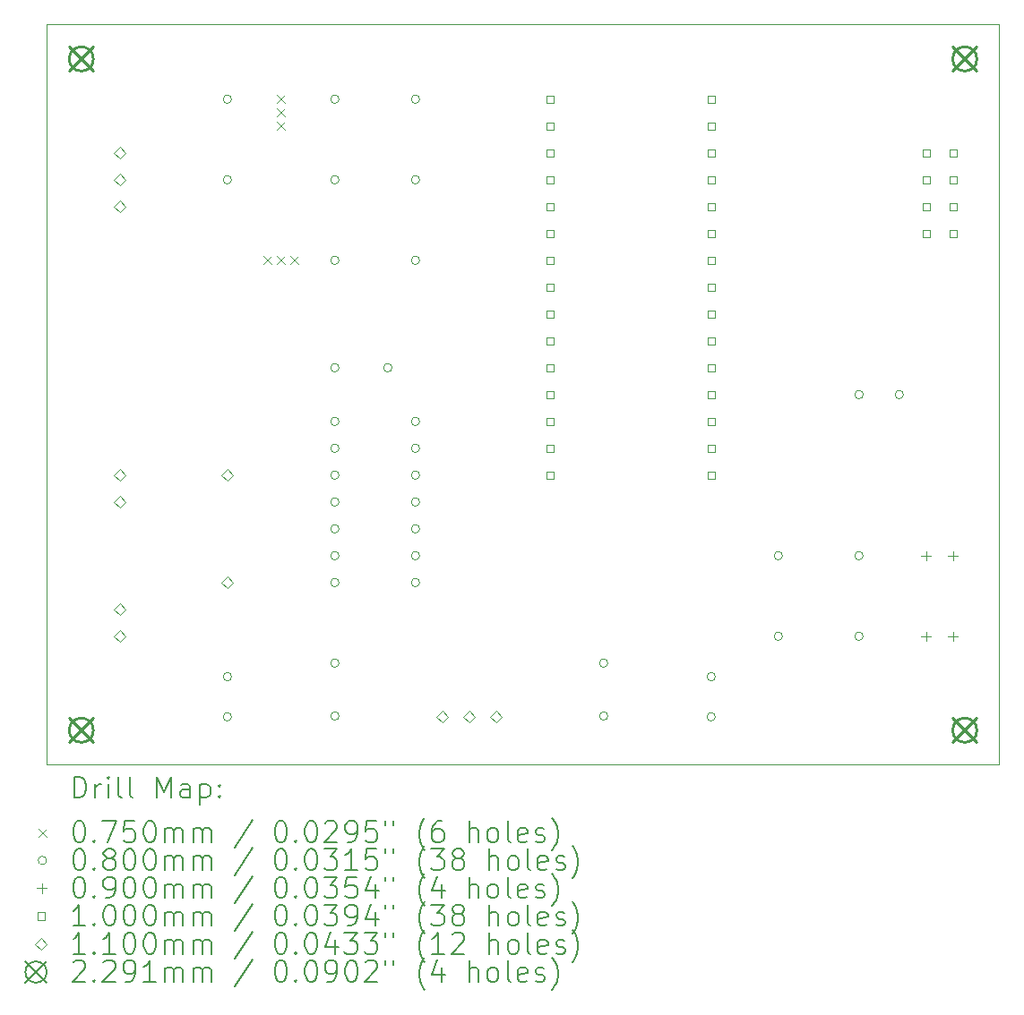
<source format=gbr>
%TF.GenerationSoftware,KiCad,Pcbnew,7.0.6*%
%TF.CreationDate,2023-08-13T12:07:49+02:00*%
%TF.ProjectId,ps2_mouse_to_serial_port_adapter_in_a_box,7073325f-6d6f-4757-9365-5f746f5f7365,rev?*%
%TF.SameCoordinates,Original*%
%TF.FileFunction,Drillmap*%
%TF.FilePolarity,Positive*%
%FSLAX45Y45*%
G04 Gerber Fmt 4.5, Leading zero omitted, Abs format (unit mm)*
G04 Created by KiCad (PCBNEW 7.0.6) date 2023-08-13 12:07:49*
%MOMM*%
%LPD*%
G01*
G04 APERTURE LIST*
%ADD10C,0.050000*%
%ADD11C,0.200000*%
%ADD12C,0.075000*%
%ADD13C,0.080000*%
%ADD14C,0.090000*%
%ADD15C,0.100000*%
%ADD16C,0.110000*%
%ADD17C,0.229108*%
G04 APERTURE END LIST*
D10*
X1231900Y-1231900D02*
X10231900Y-1231900D01*
X10231900Y-8231900D01*
X1231900Y-8231900D01*
X1231900Y-1231900D01*
D11*
D12*
X3281400Y-3424400D02*
X3356400Y-3499400D01*
X3356400Y-3424400D02*
X3281400Y-3499400D01*
X3408400Y-1900400D02*
X3483400Y-1975400D01*
X3483400Y-1900400D02*
X3408400Y-1975400D01*
X3408400Y-2027400D02*
X3483400Y-2102400D01*
X3483400Y-2027400D02*
X3408400Y-2102400D01*
X3408400Y-2154400D02*
X3483400Y-2229400D01*
X3483400Y-2154400D02*
X3408400Y-2229400D01*
X3408400Y-3424400D02*
X3483400Y-3499400D01*
X3483400Y-3424400D02*
X3408400Y-3499400D01*
X3535400Y-3424400D02*
X3610400Y-3499400D01*
X3610400Y-3424400D02*
X3535400Y-3499400D01*
D13*
X2977900Y-1937900D02*
G75*
G03*
X2977900Y-1937900I-40000J0D01*
G01*
X2977900Y-2699900D02*
G75*
G03*
X2977900Y-2699900I-40000J0D01*
G01*
X2977900Y-7399900D02*
G75*
G03*
X2977900Y-7399900I-40000J0D01*
G01*
X2977900Y-7779900D02*
G75*
G03*
X2977900Y-7779900I-40000J0D01*
G01*
X3993900Y-1937900D02*
G75*
G03*
X3993900Y-1937900I-40000J0D01*
G01*
X3993900Y-2699900D02*
G75*
G03*
X3993900Y-2699900I-40000J0D01*
G01*
X3993900Y-3461900D02*
G75*
G03*
X3993900Y-3461900I-40000J0D01*
G01*
X3993900Y-4477900D02*
G75*
G03*
X3993900Y-4477900I-40000J0D01*
G01*
X3993900Y-4985900D02*
G75*
G03*
X3993900Y-4985900I-40000J0D01*
G01*
X3993900Y-5239900D02*
G75*
G03*
X3993900Y-5239900I-40000J0D01*
G01*
X3993900Y-5493900D02*
G75*
G03*
X3993900Y-5493900I-40000J0D01*
G01*
X3993900Y-5747900D02*
G75*
G03*
X3993900Y-5747900I-40000J0D01*
G01*
X3993900Y-6001900D02*
G75*
G03*
X3993900Y-6001900I-40000J0D01*
G01*
X3993900Y-6255900D02*
G75*
G03*
X3993900Y-6255900I-40000J0D01*
G01*
X3993900Y-6509900D02*
G75*
G03*
X3993900Y-6509900I-40000J0D01*
G01*
X3993900Y-7271900D02*
G75*
G03*
X3993900Y-7271900I-40000J0D01*
G01*
X3993900Y-7771900D02*
G75*
G03*
X3993900Y-7771900I-40000J0D01*
G01*
X4493900Y-4477900D02*
G75*
G03*
X4493900Y-4477900I-40000J0D01*
G01*
X4755900Y-1937900D02*
G75*
G03*
X4755900Y-1937900I-40000J0D01*
G01*
X4755900Y-2699900D02*
G75*
G03*
X4755900Y-2699900I-40000J0D01*
G01*
X4755900Y-3461900D02*
G75*
G03*
X4755900Y-3461900I-40000J0D01*
G01*
X4755900Y-4985900D02*
G75*
G03*
X4755900Y-4985900I-40000J0D01*
G01*
X4755900Y-5239900D02*
G75*
G03*
X4755900Y-5239900I-40000J0D01*
G01*
X4755900Y-5493900D02*
G75*
G03*
X4755900Y-5493900I-40000J0D01*
G01*
X4755900Y-5747900D02*
G75*
G03*
X4755900Y-5747900I-40000J0D01*
G01*
X4755900Y-6001900D02*
G75*
G03*
X4755900Y-6001900I-40000J0D01*
G01*
X4755900Y-6255900D02*
G75*
G03*
X4755900Y-6255900I-40000J0D01*
G01*
X4755900Y-6509900D02*
G75*
G03*
X4755900Y-6509900I-40000J0D01*
G01*
X6533900Y-7271900D02*
G75*
G03*
X6533900Y-7271900I-40000J0D01*
G01*
X6533900Y-7771900D02*
G75*
G03*
X6533900Y-7771900I-40000J0D01*
G01*
X7549900Y-7399900D02*
G75*
G03*
X7549900Y-7399900I-40000J0D01*
G01*
X7549900Y-7779900D02*
G75*
G03*
X7549900Y-7779900I-40000J0D01*
G01*
X8184900Y-6255900D02*
G75*
G03*
X8184900Y-6255900I-40000J0D01*
G01*
X8184900Y-7017900D02*
G75*
G03*
X8184900Y-7017900I-40000J0D01*
G01*
X8946900Y-6255900D02*
G75*
G03*
X8946900Y-6255900I-40000J0D01*
G01*
X8946900Y-7017900D02*
G75*
G03*
X8946900Y-7017900I-40000J0D01*
G01*
X8947900Y-4731900D02*
G75*
G03*
X8947900Y-4731900I-40000J0D01*
G01*
X9327900Y-4731900D02*
G75*
G03*
X9327900Y-4731900I-40000J0D01*
G01*
D14*
X9541900Y-6210900D02*
X9541900Y-6300900D01*
X9496900Y-6255900D02*
X9586900Y-6255900D01*
X9541900Y-6972900D02*
X9541900Y-7062900D01*
X9496900Y-7017900D02*
X9586900Y-7017900D01*
X9795900Y-6210900D02*
X9795900Y-6300900D01*
X9750900Y-6255900D02*
X9840900Y-6255900D01*
X9795900Y-6972900D02*
X9795900Y-7062900D01*
X9750900Y-7017900D02*
X9840900Y-7017900D01*
D15*
X6021256Y-1973256D02*
X6021256Y-1902544D01*
X5950544Y-1902544D01*
X5950544Y-1973256D01*
X6021256Y-1973256D01*
X6021256Y-2227256D02*
X6021256Y-2156544D01*
X5950544Y-2156544D01*
X5950544Y-2227256D01*
X6021256Y-2227256D01*
X6021256Y-2481256D02*
X6021256Y-2410544D01*
X5950544Y-2410544D01*
X5950544Y-2481256D01*
X6021256Y-2481256D01*
X6021256Y-2735256D02*
X6021256Y-2664544D01*
X5950544Y-2664544D01*
X5950544Y-2735256D01*
X6021256Y-2735256D01*
X6021256Y-2989256D02*
X6021256Y-2918544D01*
X5950544Y-2918544D01*
X5950544Y-2989256D01*
X6021256Y-2989256D01*
X6021256Y-3243256D02*
X6021256Y-3172544D01*
X5950544Y-3172544D01*
X5950544Y-3243256D01*
X6021256Y-3243256D01*
X6021256Y-3497256D02*
X6021256Y-3426544D01*
X5950544Y-3426544D01*
X5950544Y-3497256D01*
X6021256Y-3497256D01*
X6021256Y-3751256D02*
X6021256Y-3680544D01*
X5950544Y-3680544D01*
X5950544Y-3751256D01*
X6021256Y-3751256D01*
X6021256Y-4005256D02*
X6021256Y-3934544D01*
X5950544Y-3934544D01*
X5950544Y-4005256D01*
X6021256Y-4005256D01*
X6021256Y-4259256D02*
X6021256Y-4188544D01*
X5950544Y-4188544D01*
X5950544Y-4259256D01*
X6021256Y-4259256D01*
X6021256Y-4513256D02*
X6021256Y-4442544D01*
X5950544Y-4442544D01*
X5950544Y-4513256D01*
X6021256Y-4513256D01*
X6021256Y-4767256D02*
X6021256Y-4696544D01*
X5950544Y-4696544D01*
X5950544Y-4767256D01*
X6021256Y-4767256D01*
X6021256Y-5021256D02*
X6021256Y-4950544D01*
X5950544Y-4950544D01*
X5950544Y-5021256D01*
X6021256Y-5021256D01*
X6021256Y-5275256D02*
X6021256Y-5204544D01*
X5950544Y-5204544D01*
X5950544Y-5275256D01*
X6021256Y-5275256D01*
X6021256Y-5529256D02*
X6021256Y-5458544D01*
X5950544Y-5458544D01*
X5950544Y-5529256D01*
X6021256Y-5529256D01*
X7545256Y-1973256D02*
X7545256Y-1902544D01*
X7474544Y-1902544D01*
X7474544Y-1973256D01*
X7545256Y-1973256D01*
X7545256Y-2227256D02*
X7545256Y-2156544D01*
X7474544Y-2156544D01*
X7474544Y-2227256D01*
X7545256Y-2227256D01*
X7545256Y-2481256D02*
X7545256Y-2410544D01*
X7474544Y-2410544D01*
X7474544Y-2481256D01*
X7545256Y-2481256D01*
X7545256Y-2735256D02*
X7545256Y-2664544D01*
X7474544Y-2664544D01*
X7474544Y-2735256D01*
X7545256Y-2735256D01*
X7545256Y-2989256D02*
X7545256Y-2918544D01*
X7474544Y-2918544D01*
X7474544Y-2989256D01*
X7545256Y-2989256D01*
X7545256Y-3243256D02*
X7545256Y-3172544D01*
X7474544Y-3172544D01*
X7474544Y-3243256D01*
X7545256Y-3243256D01*
X7545256Y-3497256D02*
X7545256Y-3426544D01*
X7474544Y-3426544D01*
X7474544Y-3497256D01*
X7545256Y-3497256D01*
X7545256Y-3751256D02*
X7545256Y-3680544D01*
X7474544Y-3680544D01*
X7474544Y-3751256D01*
X7545256Y-3751256D01*
X7545256Y-4005256D02*
X7545256Y-3934544D01*
X7474544Y-3934544D01*
X7474544Y-4005256D01*
X7545256Y-4005256D01*
X7545256Y-4259256D02*
X7545256Y-4188544D01*
X7474544Y-4188544D01*
X7474544Y-4259256D01*
X7545256Y-4259256D01*
X7545256Y-4513256D02*
X7545256Y-4442544D01*
X7474544Y-4442544D01*
X7474544Y-4513256D01*
X7545256Y-4513256D01*
X7545256Y-4767256D02*
X7545256Y-4696544D01*
X7474544Y-4696544D01*
X7474544Y-4767256D01*
X7545256Y-4767256D01*
X7545256Y-5021256D02*
X7545256Y-4950544D01*
X7474544Y-4950544D01*
X7474544Y-5021256D01*
X7545256Y-5021256D01*
X7545256Y-5275256D02*
X7545256Y-5204544D01*
X7474544Y-5204544D01*
X7474544Y-5275256D01*
X7545256Y-5275256D01*
X7545256Y-5529256D02*
X7545256Y-5458544D01*
X7474544Y-5458544D01*
X7474544Y-5529256D01*
X7545256Y-5529256D01*
X9577256Y-2481256D02*
X9577256Y-2410544D01*
X9506544Y-2410544D01*
X9506544Y-2481256D01*
X9577256Y-2481256D01*
X9577256Y-2735256D02*
X9577256Y-2664544D01*
X9506544Y-2664544D01*
X9506544Y-2735256D01*
X9577256Y-2735256D01*
X9577256Y-2989256D02*
X9577256Y-2918544D01*
X9506544Y-2918544D01*
X9506544Y-2989256D01*
X9577256Y-2989256D01*
X9577256Y-3243256D02*
X9577256Y-3172544D01*
X9506544Y-3172544D01*
X9506544Y-3243256D01*
X9577256Y-3243256D01*
X9831256Y-2481256D02*
X9831256Y-2410544D01*
X9760544Y-2410544D01*
X9760544Y-2481256D01*
X9831256Y-2481256D01*
X9831256Y-2735256D02*
X9831256Y-2664544D01*
X9760544Y-2664544D01*
X9760544Y-2735256D01*
X9831256Y-2735256D01*
X9831256Y-2989256D02*
X9831256Y-2918544D01*
X9760544Y-2918544D01*
X9760544Y-2989256D01*
X9831256Y-2989256D01*
X9831256Y-3243256D02*
X9831256Y-3172544D01*
X9760544Y-3172544D01*
X9760544Y-3243256D01*
X9831256Y-3243256D01*
D16*
X1921900Y-2500900D02*
X1976900Y-2445900D01*
X1921900Y-2390900D01*
X1866900Y-2445900D01*
X1921900Y-2500900D01*
X1921900Y-2754900D02*
X1976900Y-2699900D01*
X1921900Y-2644900D01*
X1866900Y-2699900D01*
X1921900Y-2754900D01*
X1921900Y-3008900D02*
X1976900Y-2953900D01*
X1921900Y-2898900D01*
X1866900Y-2953900D01*
X1921900Y-3008900D01*
X1921900Y-5548900D02*
X1976900Y-5493900D01*
X1921900Y-5438900D01*
X1866900Y-5493900D01*
X1921900Y-5548900D01*
X1921900Y-5802900D02*
X1976900Y-5747900D01*
X1921900Y-5692900D01*
X1866900Y-5747900D01*
X1921900Y-5802900D01*
X1921900Y-6818900D02*
X1976900Y-6763900D01*
X1921900Y-6708900D01*
X1866900Y-6763900D01*
X1921900Y-6818900D01*
X1921900Y-7072900D02*
X1976900Y-7017900D01*
X1921900Y-6962900D01*
X1866900Y-7017900D01*
X1921900Y-7072900D01*
X2937900Y-5548900D02*
X2992900Y-5493900D01*
X2937900Y-5438900D01*
X2882900Y-5493900D01*
X2937900Y-5548900D01*
X2937900Y-6564900D02*
X2992900Y-6509900D01*
X2937900Y-6454900D01*
X2882900Y-6509900D01*
X2937900Y-6564900D01*
X4969900Y-7834900D02*
X5024900Y-7779900D01*
X4969900Y-7724900D01*
X4914900Y-7779900D01*
X4969900Y-7834900D01*
X5223900Y-7834900D02*
X5278900Y-7779900D01*
X5223900Y-7724900D01*
X5168900Y-7779900D01*
X5223900Y-7834900D01*
X5477900Y-7834900D02*
X5532900Y-7779900D01*
X5477900Y-7724900D01*
X5422900Y-7779900D01*
X5477900Y-7834900D01*
D17*
X1442346Y-1442346D02*
X1671454Y-1671454D01*
X1671454Y-1442346D02*
X1442346Y-1671454D01*
X1671454Y-1556900D02*
G75*
G03*
X1671454Y-1556900I-114554J0D01*
G01*
X1442346Y-7792346D02*
X1671454Y-8021454D01*
X1671454Y-7792346D02*
X1442346Y-8021454D01*
X1671454Y-7906900D02*
G75*
G03*
X1671454Y-7906900I-114554J0D01*
G01*
X9792346Y-1442346D02*
X10021454Y-1671454D01*
X10021454Y-1442346D02*
X9792346Y-1671454D01*
X10021454Y-1556900D02*
G75*
G03*
X10021454Y-1556900I-114554J0D01*
G01*
X9792346Y-7792346D02*
X10021454Y-8021454D01*
X10021454Y-7792346D02*
X9792346Y-8021454D01*
X10021454Y-7906900D02*
G75*
G03*
X10021454Y-7906900I-114554J0D01*
G01*
D11*
X1490177Y-8545884D02*
X1490177Y-8345884D01*
X1490177Y-8345884D02*
X1537796Y-8345884D01*
X1537796Y-8345884D02*
X1566367Y-8355408D01*
X1566367Y-8355408D02*
X1585415Y-8374455D01*
X1585415Y-8374455D02*
X1594939Y-8393503D01*
X1594939Y-8393503D02*
X1604462Y-8431598D01*
X1604462Y-8431598D02*
X1604462Y-8460170D01*
X1604462Y-8460170D02*
X1594939Y-8498265D01*
X1594939Y-8498265D02*
X1585415Y-8517312D01*
X1585415Y-8517312D02*
X1566367Y-8536360D01*
X1566367Y-8536360D02*
X1537796Y-8545884D01*
X1537796Y-8545884D02*
X1490177Y-8545884D01*
X1690177Y-8545884D02*
X1690177Y-8412550D01*
X1690177Y-8450646D02*
X1699701Y-8431598D01*
X1699701Y-8431598D02*
X1709224Y-8422074D01*
X1709224Y-8422074D02*
X1728272Y-8412550D01*
X1728272Y-8412550D02*
X1747320Y-8412550D01*
X1813986Y-8545884D02*
X1813986Y-8412550D01*
X1813986Y-8345884D02*
X1804462Y-8355408D01*
X1804462Y-8355408D02*
X1813986Y-8364931D01*
X1813986Y-8364931D02*
X1823510Y-8355408D01*
X1823510Y-8355408D02*
X1813986Y-8345884D01*
X1813986Y-8345884D02*
X1813986Y-8364931D01*
X1937796Y-8545884D02*
X1918748Y-8536360D01*
X1918748Y-8536360D02*
X1909224Y-8517312D01*
X1909224Y-8517312D02*
X1909224Y-8345884D01*
X2042558Y-8545884D02*
X2023510Y-8536360D01*
X2023510Y-8536360D02*
X2013986Y-8517312D01*
X2013986Y-8517312D02*
X2013986Y-8345884D01*
X2271129Y-8545884D02*
X2271129Y-8345884D01*
X2271129Y-8345884D02*
X2337796Y-8488741D01*
X2337796Y-8488741D02*
X2404463Y-8345884D01*
X2404463Y-8345884D02*
X2404463Y-8545884D01*
X2585415Y-8545884D02*
X2585415Y-8441122D01*
X2585415Y-8441122D02*
X2575891Y-8422074D01*
X2575891Y-8422074D02*
X2556844Y-8412550D01*
X2556844Y-8412550D02*
X2518748Y-8412550D01*
X2518748Y-8412550D02*
X2499701Y-8422074D01*
X2585415Y-8536360D02*
X2566367Y-8545884D01*
X2566367Y-8545884D02*
X2518748Y-8545884D01*
X2518748Y-8545884D02*
X2499701Y-8536360D01*
X2499701Y-8536360D02*
X2490177Y-8517312D01*
X2490177Y-8517312D02*
X2490177Y-8498265D01*
X2490177Y-8498265D02*
X2499701Y-8479217D01*
X2499701Y-8479217D02*
X2518748Y-8469693D01*
X2518748Y-8469693D02*
X2566367Y-8469693D01*
X2566367Y-8469693D02*
X2585415Y-8460170D01*
X2680653Y-8412550D02*
X2680653Y-8612550D01*
X2680653Y-8422074D02*
X2699701Y-8412550D01*
X2699701Y-8412550D02*
X2737796Y-8412550D01*
X2737796Y-8412550D02*
X2756844Y-8422074D01*
X2756844Y-8422074D02*
X2766367Y-8431598D01*
X2766367Y-8431598D02*
X2775891Y-8450646D01*
X2775891Y-8450646D02*
X2775891Y-8507789D01*
X2775891Y-8507789D02*
X2766367Y-8526836D01*
X2766367Y-8526836D02*
X2756844Y-8536360D01*
X2756844Y-8536360D02*
X2737796Y-8545884D01*
X2737796Y-8545884D02*
X2699701Y-8545884D01*
X2699701Y-8545884D02*
X2680653Y-8536360D01*
X2861605Y-8526836D02*
X2871129Y-8536360D01*
X2871129Y-8536360D02*
X2861605Y-8545884D01*
X2861605Y-8545884D02*
X2852082Y-8536360D01*
X2852082Y-8536360D02*
X2861605Y-8526836D01*
X2861605Y-8526836D02*
X2861605Y-8545884D01*
X2861605Y-8422074D02*
X2871129Y-8431598D01*
X2871129Y-8431598D02*
X2861605Y-8441122D01*
X2861605Y-8441122D02*
X2852082Y-8431598D01*
X2852082Y-8431598D02*
X2861605Y-8422074D01*
X2861605Y-8422074D02*
X2861605Y-8441122D01*
D12*
X1154400Y-8836900D02*
X1229400Y-8911900D01*
X1229400Y-8836900D02*
X1154400Y-8911900D01*
D11*
X1528272Y-8765884D02*
X1547320Y-8765884D01*
X1547320Y-8765884D02*
X1566367Y-8775408D01*
X1566367Y-8775408D02*
X1575891Y-8784931D01*
X1575891Y-8784931D02*
X1585415Y-8803979D01*
X1585415Y-8803979D02*
X1594939Y-8842074D01*
X1594939Y-8842074D02*
X1594939Y-8889693D01*
X1594939Y-8889693D02*
X1585415Y-8927789D01*
X1585415Y-8927789D02*
X1575891Y-8946836D01*
X1575891Y-8946836D02*
X1566367Y-8956360D01*
X1566367Y-8956360D02*
X1547320Y-8965884D01*
X1547320Y-8965884D02*
X1528272Y-8965884D01*
X1528272Y-8965884D02*
X1509224Y-8956360D01*
X1509224Y-8956360D02*
X1499701Y-8946836D01*
X1499701Y-8946836D02*
X1490177Y-8927789D01*
X1490177Y-8927789D02*
X1480653Y-8889693D01*
X1480653Y-8889693D02*
X1480653Y-8842074D01*
X1480653Y-8842074D02*
X1490177Y-8803979D01*
X1490177Y-8803979D02*
X1499701Y-8784931D01*
X1499701Y-8784931D02*
X1509224Y-8775408D01*
X1509224Y-8775408D02*
X1528272Y-8765884D01*
X1680653Y-8946836D02*
X1690177Y-8956360D01*
X1690177Y-8956360D02*
X1680653Y-8965884D01*
X1680653Y-8965884D02*
X1671129Y-8956360D01*
X1671129Y-8956360D02*
X1680653Y-8946836D01*
X1680653Y-8946836D02*
X1680653Y-8965884D01*
X1756843Y-8765884D02*
X1890177Y-8765884D01*
X1890177Y-8765884D02*
X1804462Y-8965884D01*
X2061605Y-8765884D02*
X1966367Y-8765884D01*
X1966367Y-8765884D02*
X1956843Y-8861122D01*
X1956843Y-8861122D02*
X1966367Y-8851598D01*
X1966367Y-8851598D02*
X1985415Y-8842074D01*
X1985415Y-8842074D02*
X2033034Y-8842074D01*
X2033034Y-8842074D02*
X2052082Y-8851598D01*
X2052082Y-8851598D02*
X2061605Y-8861122D01*
X2061605Y-8861122D02*
X2071129Y-8880170D01*
X2071129Y-8880170D02*
X2071129Y-8927789D01*
X2071129Y-8927789D02*
X2061605Y-8946836D01*
X2061605Y-8946836D02*
X2052082Y-8956360D01*
X2052082Y-8956360D02*
X2033034Y-8965884D01*
X2033034Y-8965884D02*
X1985415Y-8965884D01*
X1985415Y-8965884D02*
X1966367Y-8956360D01*
X1966367Y-8956360D02*
X1956843Y-8946836D01*
X2194939Y-8765884D02*
X2213986Y-8765884D01*
X2213986Y-8765884D02*
X2233034Y-8775408D01*
X2233034Y-8775408D02*
X2242558Y-8784931D01*
X2242558Y-8784931D02*
X2252082Y-8803979D01*
X2252082Y-8803979D02*
X2261605Y-8842074D01*
X2261605Y-8842074D02*
X2261605Y-8889693D01*
X2261605Y-8889693D02*
X2252082Y-8927789D01*
X2252082Y-8927789D02*
X2242558Y-8946836D01*
X2242558Y-8946836D02*
X2233034Y-8956360D01*
X2233034Y-8956360D02*
X2213986Y-8965884D01*
X2213986Y-8965884D02*
X2194939Y-8965884D01*
X2194939Y-8965884D02*
X2175891Y-8956360D01*
X2175891Y-8956360D02*
X2166367Y-8946836D01*
X2166367Y-8946836D02*
X2156844Y-8927789D01*
X2156844Y-8927789D02*
X2147320Y-8889693D01*
X2147320Y-8889693D02*
X2147320Y-8842074D01*
X2147320Y-8842074D02*
X2156844Y-8803979D01*
X2156844Y-8803979D02*
X2166367Y-8784931D01*
X2166367Y-8784931D02*
X2175891Y-8775408D01*
X2175891Y-8775408D02*
X2194939Y-8765884D01*
X2347320Y-8965884D02*
X2347320Y-8832550D01*
X2347320Y-8851598D02*
X2356844Y-8842074D01*
X2356844Y-8842074D02*
X2375891Y-8832550D01*
X2375891Y-8832550D02*
X2404463Y-8832550D01*
X2404463Y-8832550D02*
X2423510Y-8842074D01*
X2423510Y-8842074D02*
X2433034Y-8861122D01*
X2433034Y-8861122D02*
X2433034Y-8965884D01*
X2433034Y-8861122D02*
X2442558Y-8842074D01*
X2442558Y-8842074D02*
X2461605Y-8832550D01*
X2461605Y-8832550D02*
X2490177Y-8832550D01*
X2490177Y-8832550D02*
X2509225Y-8842074D01*
X2509225Y-8842074D02*
X2518748Y-8861122D01*
X2518748Y-8861122D02*
X2518748Y-8965884D01*
X2613986Y-8965884D02*
X2613986Y-8832550D01*
X2613986Y-8851598D02*
X2623510Y-8842074D01*
X2623510Y-8842074D02*
X2642558Y-8832550D01*
X2642558Y-8832550D02*
X2671129Y-8832550D01*
X2671129Y-8832550D02*
X2690177Y-8842074D01*
X2690177Y-8842074D02*
X2699701Y-8861122D01*
X2699701Y-8861122D02*
X2699701Y-8965884D01*
X2699701Y-8861122D02*
X2709225Y-8842074D01*
X2709225Y-8842074D02*
X2728272Y-8832550D01*
X2728272Y-8832550D02*
X2756844Y-8832550D01*
X2756844Y-8832550D02*
X2775891Y-8842074D01*
X2775891Y-8842074D02*
X2785415Y-8861122D01*
X2785415Y-8861122D02*
X2785415Y-8965884D01*
X3175891Y-8756360D02*
X3004463Y-9013503D01*
X3433034Y-8765884D02*
X3452082Y-8765884D01*
X3452082Y-8765884D02*
X3471129Y-8775408D01*
X3471129Y-8775408D02*
X3480653Y-8784931D01*
X3480653Y-8784931D02*
X3490177Y-8803979D01*
X3490177Y-8803979D02*
X3499701Y-8842074D01*
X3499701Y-8842074D02*
X3499701Y-8889693D01*
X3499701Y-8889693D02*
X3490177Y-8927789D01*
X3490177Y-8927789D02*
X3480653Y-8946836D01*
X3480653Y-8946836D02*
X3471129Y-8956360D01*
X3471129Y-8956360D02*
X3452082Y-8965884D01*
X3452082Y-8965884D02*
X3433034Y-8965884D01*
X3433034Y-8965884D02*
X3413986Y-8956360D01*
X3413986Y-8956360D02*
X3404463Y-8946836D01*
X3404463Y-8946836D02*
X3394939Y-8927789D01*
X3394939Y-8927789D02*
X3385415Y-8889693D01*
X3385415Y-8889693D02*
X3385415Y-8842074D01*
X3385415Y-8842074D02*
X3394939Y-8803979D01*
X3394939Y-8803979D02*
X3404463Y-8784931D01*
X3404463Y-8784931D02*
X3413986Y-8775408D01*
X3413986Y-8775408D02*
X3433034Y-8765884D01*
X3585415Y-8946836D02*
X3594939Y-8956360D01*
X3594939Y-8956360D02*
X3585415Y-8965884D01*
X3585415Y-8965884D02*
X3575891Y-8956360D01*
X3575891Y-8956360D02*
X3585415Y-8946836D01*
X3585415Y-8946836D02*
X3585415Y-8965884D01*
X3718748Y-8765884D02*
X3737796Y-8765884D01*
X3737796Y-8765884D02*
X3756844Y-8775408D01*
X3756844Y-8775408D02*
X3766367Y-8784931D01*
X3766367Y-8784931D02*
X3775891Y-8803979D01*
X3775891Y-8803979D02*
X3785415Y-8842074D01*
X3785415Y-8842074D02*
X3785415Y-8889693D01*
X3785415Y-8889693D02*
X3775891Y-8927789D01*
X3775891Y-8927789D02*
X3766367Y-8946836D01*
X3766367Y-8946836D02*
X3756844Y-8956360D01*
X3756844Y-8956360D02*
X3737796Y-8965884D01*
X3737796Y-8965884D02*
X3718748Y-8965884D01*
X3718748Y-8965884D02*
X3699701Y-8956360D01*
X3699701Y-8956360D02*
X3690177Y-8946836D01*
X3690177Y-8946836D02*
X3680653Y-8927789D01*
X3680653Y-8927789D02*
X3671129Y-8889693D01*
X3671129Y-8889693D02*
X3671129Y-8842074D01*
X3671129Y-8842074D02*
X3680653Y-8803979D01*
X3680653Y-8803979D02*
X3690177Y-8784931D01*
X3690177Y-8784931D02*
X3699701Y-8775408D01*
X3699701Y-8775408D02*
X3718748Y-8765884D01*
X3861606Y-8784931D02*
X3871129Y-8775408D01*
X3871129Y-8775408D02*
X3890177Y-8765884D01*
X3890177Y-8765884D02*
X3937796Y-8765884D01*
X3937796Y-8765884D02*
X3956844Y-8775408D01*
X3956844Y-8775408D02*
X3966367Y-8784931D01*
X3966367Y-8784931D02*
X3975891Y-8803979D01*
X3975891Y-8803979D02*
X3975891Y-8823027D01*
X3975891Y-8823027D02*
X3966367Y-8851598D01*
X3966367Y-8851598D02*
X3852082Y-8965884D01*
X3852082Y-8965884D02*
X3975891Y-8965884D01*
X4071129Y-8965884D02*
X4109225Y-8965884D01*
X4109225Y-8965884D02*
X4128272Y-8956360D01*
X4128272Y-8956360D02*
X4137796Y-8946836D01*
X4137796Y-8946836D02*
X4156844Y-8918265D01*
X4156844Y-8918265D02*
X4166367Y-8880170D01*
X4166367Y-8880170D02*
X4166367Y-8803979D01*
X4166367Y-8803979D02*
X4156844Y-8784931D01*
X4156844Y-8784931D02*
X4147320Y-8775408D01*
X4147320Y-8775408D02*
X4128272Y-8765884D01*
X4128272Y-8765884D02*
X4090177Y-8765884D01*
X4090177Y-8765884D02*
X4071129Y-8775408D01*
X4071129Y-8775408D02*
X4061606Y-8784931D01*
X4061606Y-8784931D02*
X4052082Y-8803979D01*
X4052082Y-8803979D02*
X4052082Y-8851598D01*
X4052082Y-8851598D02*
X4061606Y-8870646D01*
X4061606Y-8870646D02*
X4071129Y-8880170D01*
X4071129Y-8880170D02*
X4090177Y-8889693D01*
X4090177Y-8889693D02*
X4128272Y-8889693D01*
X4128272Y-8889693D02*
X4147320Y-8880170D01*
X4147320Y-8880170D02*
X4156844Y-8870646D01*
X4156844Y-8870646D02*
X4166367Y-8851598D01*
X4347320Y-8765884D02*
X4252082Y-8765884D01*
X4252082Y-8765884D02*
X4242558Y-8861122D01*
X4242558Y-8861122D02*
X4252082Y-8851598D01*
X4252082Y-8851598D02*
X4271129Y-8842074D01*
X4271129Y-8842074D02*
X4318749Y-8842074D01*
X4318749Y-8842074D02*
X4337796Y-8851598D01*
X4337796Y-8851598D02*
X4347320Y-8861122D01*
X4347320Y-8861122D02*
X4356844Y-8880170D01*
X4356844Y-8880170D02*
X4356844Y-8927789D01*
X4356844Y-8927789D02*
X4347320Y-8946836D01*
X4347320Y-8946836D02*
X4337796Y-8956360D01*
X4337796Y-8956360D02*
X4318749Y-8965884D01*
X4318749Y-8965884D02*
X4271129Y-8965884D01*
X4271129Y-8965884D02*
X4252082Y-8956360D01*
X4252082Y-8956360D02*
X4242558Y-8946836D01*
X4433034Y-8765884D02*
X4433034Y-8803979D01*
X4509225Y-8765884D02*
X4509225Y-8803979D01*
X4804463Y-9042074D02*
X4794939Y-9032550D01*
X4794939Y-9032550D02*
X4775891Y-9003979D01*
X4775891Y-9003979D02*
X4766368Y-8984931D01*
X4766368Y-8984931D02*
X4756844Y-8956360D01*
X4756844Y-8956360D02*
X4747320Y-8908741D01*
X4747320Y-8908741D02*
X4747320Y-8870646D01*
X4747320Y-8870646D02*
X4756844Y-8823027D01*
X4756844Y-8823027D02*
X4766368Y-8794455D01*
X4766368Y-8794455D02*
X4775891Y-8775408D01*
X4775891Y-8775408D02*
X4794939Y-8746836D01*
X4794939Y-8746836D02*
X4804463Y-8737312D01*
X4966368Y-8765884D02*
X4928272Y-8765884D01*
X4928272Y-8765884D02*
X4909225Y-8775408D01*
X4909225Y-8775408D02*
X4899701Y-8784931D01*
X4899701Y-8784931D02*
X4880653Y-8813503D01*
X4880653Y-8813503D02*
X4871130Y-8851598D01*
X4871130Y-8851598D02*
X4871130Y-8927789D01*
X4871130Y-8927789D02*
X4880653Y-8946836D01*
X4880653Y-8946836D02*
X4890177Y-8956360D01*
X4890177Y-8956360D02*
X4909225Y-8965884D01*
X4909225Y-8965884D02*
X4947320Y-8965884D01*
X4947320Y-8965884D02*
X4966368Y-8956360D01*
X4966368Y-8956360D02*
X4975891Y-8946836D01*
X4975891Y-8946836D02*
X4985415Y-8927789D01*
X4985415Y-8927789D02*
X4985415Y-8880170D01*
X4985415Y-8880170D02*
X4975891Y-8861122D01*
X4975891Y-8861122D02*
X4966368Y-8851598D01*
X4966368Y-8851598D02*
X4947320Y-8842074D01*
X4947320Y-8842074D02*
X4909225Y-8842074D01*
X4909225Y-8842074D02*
X4890177Y-8851598D01*
X4890177Y-8851598D02*
X4880653Y-8861122D01*
X4880653Y-8861122D02*
X4871130Y-8880170D01*
X5223511Y-8965884D02*
X5223511Y-8765884D01*
X5309225Y-8965884D02*
X5309225Y-8861122D01*
X5309225Y-8861122D02*
X5299701Y-8842074D01*
X5299701Y-8842074D02*
X5280653Y-8832550D01*
X5280653Y-8832550D02*
X5252082Y-8832550D01*
X5252082Y-8832550D02*
X5233034Y-8842074D01*
X5233034Y-8842074D02*
X5223511Y-8851598D01*
X5433034Y-8965884D02*
X5413987Y-8956360D01*
X5413987Y-8956360D02*
X5404463Y-8946836D01*
X5404463Y-8946836D02*
X5394939Y-8927789D01*
X5394939Y-8927789D02*
X5394939Y-8870646D01*
X5394939Y-8870646D02*
X5404463Y-8851598D01*
X5404463Y-8851598D02*
X5413987Y-8842074D01*
X5413987Y-8842074D02*
X5433034Y-8832550D01*
X5433034Y-8832550D02*
X5461606Y-8832550D01*
X5461606Y-8832550D02*
X5480653Y-8842074D01*
X5480653Y-8842074D02*
X5490177Y-8851598D01*
X5490177Y-8851598D02*
X5499701Y-8870646D01*
X5499701Y-8870646D02*
X5499701Y-8927789D01*
X5499701Y-8927789D02*
X5490177Y-8946836D01*
X5490177Y-8946836D02*
X5480653Y-8956360D01*
X5480653Y-8956360D02*
X5461606Y-8965884D01*
X5461606Y-8965884D02*
X5433034Y-8965884D01*
X5613987Y-8965884D02*
X5594939Y-8956360D01*
X5594939Y-8956360D02*
X5585415Y-8937312D01*
X5585415Y-8937312D02*
X5585415Y-8765884D01*
X5766368Y-8956360D02*
X5747320Y-8965884D01*
X5747320Y-8965884D02*
X5709225Y-8965884D01*
X5709225Y-8965884D02*
X5690177Y-8956360D01*
X5690177Y-8956360D02*
X5680653Y-8937312D01*
X5680653Y-8937312D02*
X5680653Y-8861122D01*
X5680653Y-8861122D02*
X5690177Y-8842074D01*
X5690177Y-8842074D02*
X5709225Y-8832550D01*
X5709225Y-8832550D02*
X5747320Y-8832550D01*
X5747320Y-8832550D02*
X5766368Y-8842074D01*
X5766368Y-8842074D02*
X5775891Y-8861122D01*
X5775891Y-8861122D02*
X5775891Y-8880170D01*
X5775891Y-8880170D02*
X5680653Y-8899217D01*
X5852082Y-8956360D02*
X5871130Y-8965884D01*
X5871130Y-8965884D02*
X5909225Y-8965884D01*
X5909225Y-8965884D02*
X5928272Y-8956360D01*
X5928272Y-8956360D02*
X5937796Y-8937312D01*
X5937796Y-8937312D02*
X5937796Y-8927789D01*
X5937796Y-8927789D02*
X5928272Y-8908741D01*
X5928272Y-8908741D02*
X5909225Y-8899217D01*
X5909225Y-8899217D02*
X5880653Y-8899217D01*
X5880653Y-8899217D02*
X5861606Y-8889693D01*
X5861606Y-8889693D02*
X5852082Y-8870646D01*
X5852082Y-8870646D02*
X5852082Y-8861122D01*
X5852082Y-8861122D02*
X5861606Y-8842074D01*
X5861606Y-8842074D02*
X5880653Y-8832550D01*
X5880653Y-8832550D02*
X5909225Y-8832550D01*
X5909225Y-8832550D02*
X5928272Y-8842074D01*
X6004463Y-9042074D02*
X6013987Y-9032550D01*
X6013987Y-9032550D02*
X6033034Y-9003979D01*
X6033034Y-9003979D02*
X6042558Y-8984931D01*
X6042558Y-8984931D02*
X6052082Y-8956360D01*
X6052082Y-8956360D02*
X6061606Y-8908741D01*
X6061606Y-8908741D02*
X6061606Y-8870646D01*
X6061606Y-8870646D02*
X6052082Y-8823027D01*
X6052082Y-8823027D02*
X6042558Y-8794455D01*
X6042558Y-8794455D02*
X6033034Y-8775408D01*
X6033034Y-8775408D02*
X6013987Y-8746836D01*
X6013987Y-8746836D02*
X6004463Y-8737312D01*
D13*
X1229400Y-9138400D02*
G75*
G03*
X1229400Y-9138400I-40000J0D01*
G01*
D11*
X1528272Y-9029884D02*
X1547320Y-9029884D01*
X1547320Y-9029884D02*
X1566367Y-9039408D01*
X1566367Y-9039408D02*
X1575891Y-9048931D01*
X1575891Y-9048931D02*
X1585415Y-9067979D01*
X1585415Y-9067979D02*
X1594939Y-9106074D01*
X1594939Y-9106074D02*
X1594939Y-9153693D01*
X1594939Y-9153693D02*
X1585415Y-9191789D01*
X1585415Y-9191789D02*
X1575891Y-9210836D01*
X1575891Y-9210836D02*
X1566367Y-9220360D01*
X1566367Y-9220360D02*
X1547320Y-9229884D01*
X1547320Y-9229884D02*
X1528272Y-9229884D01*
X1528272Y-9229884D02*
X1509224Y-9220360D01*
X1509224Y-9220360D02*
X1499701Y-9210836D01*
X1499701Y-9210836D02*
X1490177Y-9191789D01*
X1490177Y-9191789D02*
X1480653Y-9153693D01*
X1480653Y-9153693D02*
X1480653Y-9106074D01*
X1480653Y-9106074D02*
X1490177Y-9067979D01*
X1490177Y-9067979D02*
X1499701Y-9048931D01*
X1499701Y-9048931D02*
X1509224Y-9039408D01*
X1509224Y-9039408D02*
X1528272Y-9029884D01*
X1680653Y-9210836D02*
X1690177Y-9220360D01*
X1690177Y-9220360D02*
X1680653Y-9229884D01*
X1680653Y-9229884D02*
X1671129Y-9220360D01*
X1671129Y-9220360D02*
X1680653Y-9210836D01*
X1680653Y-9210836D02*
X1680653Y-9229884D01*
X1804462Y-9115598D02*
X1785415Y-9106074D01*
X1785415Y-9106074D02*
X1775891Y-9096550D01*
X1775891Y-9096550D02*
X1766367Y-9077503D01*
X1766367Y-9077503D02*
X1766367Y-9067979D01*
X1766367Y-9067979D02*
X1775891Y-9048931D01*
X1775891Y-9048931D02*
X1785415Y-9039408D01*
X1785415Y-9039408D02*
X1804462Y-9029884D01*
X1804462Y-9029884D02*
X1842558Y-9029884D01*
X1842558Y-9029884D02*
X1861605Y-9039408D01*
X1861605Y-9039408D02*
X1871129Y-9048931D01*
X1871129Y-9048931D02*
X1880653Y-9067979D01*
X1880653Y-9067979D02*
X1880653Y-9077503D01*
X1880653Y-9077503D02*
X1871129Y-9096550D01*
X1871129Y-9096550D02*
X1861605Y-9106074D01*
X1861605Y-9106074D02*
X1842558Y-9115598D01*
X1842558Y-9115598D02*
X1804462Y-9115598D01*
X1804462Y-9115598D02*
X1785415Y-9125122D01*
X1785415Y-9125122D02*
X1775891Y-9134646D01*
X1775891Y-9134646D02*
X1766367Y-9153693D01*
X1766367Y-9153693D02*
X1766367Y-9191789D01*
X1766367Y-9191789D02*
X1775891Y-9210836D01*
X1775891Y-9210836D02*
X1785415Y-9220360D01*
X1785415Y-9220360D02*
X1804462Y-9229884D01*
X1804462Y-9229884D02*
X1842558Y-9229884D01*
X1842558Y-9229884D02*
X1861605Y-9220360D01*
X1861605Y-9220360D02*
X1871129Y-9210836D01*
X1871129Y-9210836D02*
X1880653Y-9191789D01*
X1880653Y-9191789D02*
X1880653Y-9153693D01*
X1880653Y-9153693D02*
X1871129Y-9134646D01*
X1871129Y-9134646D02*
X1861605Y-9125122D01*
X1861605Y-9125122D02*
X1842558Y-9115598D01*
X2004462Y-9029884D02*
X2023510Y-9029884D01*
X2023510Y-9029884D02*
X2042558Y-9039408D01*
X2042558Y-9039408D02*
X2052082Y-9048931D01*
X2052082Y-9048931D02*
X2061605Y-9067979D01*
X2061605Y-9067979D02*
X2071129Y-9106074D01*
X2071129Y-9106074D02*
X2071129Y-9153693D01*
X2071129Y-9153693D02*
X2061605Y-9191789D01*
X2061605Y-9191789D02*
X2052082Y-9210836D01*
X2052082Y-9210836D02*
X2042558Y-9220360D01*
X2042558Y-9220360D02*
X2023510Y-9229884D01*
X2023510Y-9229884D02*
X2004462Y-9229884D01*
X2004462Y-9229884D02*
X1985415Y-9220360D01*
X1985415Y-9220360D02*
X1975891Y-9210836D01*
X1975891Y-9210836D02*
X1966367Y-9191789D01*
X1966367Y-9191789D02*
X1956843Y-9153693D01*
X1956843Y-9153693D02*
X1956843Y-9106074D01*
X1956843Y-9106074D02*
X1966367Y-9067979D01*
X1966367Y-9067979D02*
X1975891Y-9048931D01*
X1975891Y-9048931D02*
X1985415Y-9039408D01*
X1985415Y-9039408D02*
X2004462Y-9029884D01*
X2194939Y-9029884D02*
X2213986Y-9029884D01*
X2213986Y-9029884D02*
X2233034Y-9039408D01*
X2233034Y-9039408D02*
X2242558Y-9048931D01*
X2242558Y-9048931D02*
X2252082Y-9067979D01*
X2252082Y-9067979D02*
X2261605Y-9106074D01*
X2261605Y-9106074D02*
X2261605Y-9153693D01*
X2261605Y-9153693D02*
X2252082Y-9191789D01*
X2252082Y-9191789D02*
X2242558Y-9210836D01*
X2242558Y-9210836D02*
X2233034Y-9220360D01*
X2233034Y-9220360D02*
X2213986Y-9229884D01*
X2213986Y-9229884D02*
X2194939Y-9229884D01*
X2194939Y-9229884D02*
X2175891Y-9220360D01*
X2175891Y-9220360D02*
X2166367Y-9210836D01*
X2166367Y-9210836D02*
X2156844Y-9191789D01*
X2156844Y-9191789D02*
X2147320Y-9153693D01*
X2147320Y-9153693D02*
X2147320Y-9106074D01*
X2147320Y-9106074D02*
X2156844Y-9067979D01*
X2156844Y-9067979D02*
X2166367Y-9048931D01*
X2166367Y-9048931D02*
X2175891Y-9039408D01*
X2175891Y-9039408D02*
X2194939Y-9029884D01*
X2347320Y-9229884D02*
X2347320Y-9096550D01*
X2347320Y-9115598D02*
X2356844Y-9106074D01*
X2356844Y-9106074D02*
X2375891Y-9096550D01*
X2375891Y-9096550D02*
X2404463Y-9096550D01*
X2404463Y-9096550D02*
X2423510Y-9106074D01*
X2423510Y-9106074D02*
X2433034Y-9125122D01*
X2433034Y-9125122D02*
X2433034Y-9229884D01*
X2433034Y-9125122D02*
X2442558Y-9106074D01*
X2442558Y-9106074D02*
X2461605Y-9096550D01*
X2461605Y-9096550D02*
X2490177Y-9096550D01*
X2490177Y-9096550D02*
X2509225Y-9106074D01*
X2509225Y-9106074D02*
X2518748Y-9125122D01*
X2518748Y-9125122D02*
X2518748Y-9229884D01*
X2613986Y-9229884D02*
X2613986Y-9096550D01*
X2613986Y-9115598D02*
X2623510Y-9106074D01*
X2623510Y-9106074D02*
X2642558Y-9096550D01*
X2642558Y-9096550D02*
X2671129Y-9096550D01*
X2671129Y-9096550D02*
X2690177Y-9106074D01*
X2690177Y-9106074D02*
X2699701Y-9125122D01*
X2699701Y-9125122D02*
X2699701Y-9229884D01*
X2699701Y-9125122D02*
X2709225Y-9106074D01*
X2709225Y-9106074D02*
X2728272Y-9096550D01*
X2728272Y-9096550D02*
X2756844Y-9096550D01*
X2756844Y-9096550D02*
X2775891Y-9106074D01*
X2775891Y-9106074D02*
X2785415Y-9125122D01*
X2785415Y-9125122D02*
X2785415Y-9229884D01*
X3175891Y-9020360D02*
X3004463Y-9277503D01*
X3433034Y-9029884D02*
X3452082Y-9029884D01*
X3452082Y-9029884D02*
X3471129Y-9039408D01*
X3471129Y-9039408D02*
X3480653Y-9048931D01*
X3480653Y-9048931D02*
X3490177Y-9067979D01*
X3490177Y-9067979D02*
X3499701Y-9106074D01*
X3499701Y-9106074D02*
X3499701Y-9153693D01*
X3499701Y-9153693D02*
X3490177Y-9191789D01*
X3490177Y-9191789D02*
X3480653Y-9210836D01*
X3480653Y-9210836D02*
X3471129Y-9220360D01*
X3471129Y-9220360D02*
X3452082Y-9229884D01*
X3452082Y-9229884D02*
X3433034Y-9229884D01*
X3433034Y-9229884D02*
X3413986Y-9220360D01*
X3413986Y-9220360D02*
X3404463Y-9210836D01*
X3404463Y-9210836D02*
X3394939Y-9191789D01*
X3394939Y-9191789D02*
X3385415Y-9153693D01*
X3385415Y-9153693D02*
X3385415Y-9106074D01*
X3385415Y-9106074D02*
X3394939Y-9067979D01*
X3394939Y-9067979D02*
X3404463Y-9048931D01*
X3404463Y-9048931D02*
X3413986Y-9039408D01*
X3413986Y-9039408D02*
X3433034Y-9029884D01*
X3585415Y-9210836D02*
X3594939Y-9220360D01*
X3594939Y-9220360D02*
X3585415Y-9229884D01*
X3585415Y-9229884D02*
X3575891Y-9220360D01*
X3575891Y-9220360D02*
X3585415Y-9210836D01*
X3585415Y-9210836D02*
X3585415Y-9229884D01*
X3718748Y-9029884D02*
X3737796Y-9029884D01*
X3737796Y-9029884D02*
X3756844Y-9039408D01*
X3756844Y-9039408D02*
X3766367Y-9048931D01*
X3766367Y-9048931D02*
X3775891Y-9067979D01*
X3775891Y-9067979D02*
X3785415Y-9106074D01*
X3785415Y-9106074D02*
X3785415Y-9153693D01*
X3785415Y-9153693D02*
X3775891Y-9191789D01*
X3775891Y-9191789D02*
X3766367Y-9210836D01*
X3766367Y-9210836D02*
X3756844Y-9220360D01*
X3756844Y-9220360D02*
X3737796Y-9229884D01*
X3737796Y-9229884D02*
X3718748Y-9229884D01*
X3718748Y-9229884D02*
X3699701Y-9220360D01*
X3699701Y-9220360D02*
X3690177Y-9210836D01*
X3690177Y-9210836D02*
X3680653Y-9191789D01*
X3680653Y-9191789D02*
X3671129Y-9153693D01*
X3671129Y-9153693D02*
X3671129Y-9106074D01*
X3671129Y-9106074D02*
X3680653Y-9067979D01*
X3680653Y-9067979D02*
X3690177Y-9048931D01*
X3690177Y-9048931D02*
X3699701Y-9039408D01*
X3699701Y-9039408D02*
X3718748Y-9029884D01*
X3852082Y-9029884D02*
X3975891Y-9029884D01*
X3975891Y-9029884D02*
X3909225Y-9106074D01*
X3909225Y-9106074D02*
X3937796Y-9106074D01*
X3937796Y-9106074D02*
X3956844Y-9115598D01*
X3956844Y-9115598D02*
X3966367Y-9125122D01*
X3966367Y-9125122D02*
X3975891Y-9144170D01*
X3975891Y-9144170D02*
X3975891Y-9191789D01*
X3975891Y-9191789D02*
X3966367Y-9210836D01*
X3966367Y-9210836D02*
X3956844Y-9220360D01*
X3956844Y-9220360D02*
X3937796Y-9229884D01*
X3937796Y-9229884D02*
X3880653Y-9229884D01*
X3880653Y-9229884D02*
X3861606Y-9220360D01*
X3861606Y-9220360D02*
X3852082Y-9210836D01*
X4166367Y-9229884D02*
X4052082Y-9229884D01*
X4109225Y-9229884D02*
X4109225Y-9029884D01*
X4109225Y-9029884D02*
X4090177Y-9058455D01*
X4090177Y-9058455D02*
X4071129Y-9077503D01*
X4071129Y-9077503D02*
X4052082Y-9087027D01*
X4347320Y-9029884D02*
X4252082Y-9029884D01*
X4252082Y-9029884D02*
X4242558Y-9125122D01*
X4242558Y-9125122D02*
X4252082Y-9115598D01*
X4252082Y-9115598D02*
X4271129Y-9106074D01*
X4271129Y-9106074D02*
X4318749Y-9106074D01*
X4318749Y-9106074D02*
X4337796Y-9115598D01*
X4337796Y-9115598D02*
X4347320Y-9125122D01*
X4347320Y-9125122D02*
X4356844Y-9144170D01*
X4356844Y-9144170D02*
X4356844Y-9191789D01*
X4356844Y-9191789D02*
X4347320Y-9210836D01*
X4347320Y-9210836D02*
X4337796Y-9220360D01*
X4337796Y-9220360D02*
X4318749Y-9229884D01*
X4318749Y-9229884D02*
X4271129Y-9229884D01*
X4271129Y-9229884D02*
X4252082Y-9220360D01*
X4252082Y-9220360D02*
X4242558Y-9210836D01*
X4433034Y-9029884D02*
X4433034Y-9067979D01*
X4509225Y-9029884D02*
X4509225Y-9067979D01*
X4804463Y-9306074D02*
X4794939Y-9296550D01*
X4794939Y-9296550D02*
X4775891Y-9267979D01*
X4775891Y-9267979D02*
X4766368Y-9248931D01*
X4766368Y-9248931D02*
X4756844Y-9220360D01*
X4756844Y-9220360D02*
X4747320Y-9172741D01*
X4747320Y-9172741D02*
X4747320Y-9134646D01*
X4747320Y-9134646D02*
X4756844Y-9087027D01*
X4756844Y-9087027D02*
X4766368Y-9058455D01*
X4766368Y-9058455D02*
X4775891Y-9039408D01*
X4775891Y-9039408D02*
X4794939Y-9010836D01*
X4794939Y-9010836D02*
X4804463Y-9001312D01*
X4861606Y-9029884D02*
X4985415Y-9029884D01*
X4985415Y-9029884D02*
X4918749Y-9106074D01*
X4918749Y-9106074D02*
X4947320Y-9106074D01*
X4947320Y-9106074D02*
X4966368Y-9115598D01*
X4966368Y-9115598D02*
X4975891Y-9125122D01*
X4975891Y-9125122D02*
X4985415Y-9144170D01*
X4985415Y-9144170D02*
X4985415Y-9191789D01*
X4985415Y-9191789D02*
X4975891Y-9210836D01*
X4975891Y-9210836D02*
X4966368Y-9220360D01*
X4966368Y-9220360D02*
X4947320Y-9229884D01*
X4947320Y-9229884D02*
X4890177Y-9229884D01*
X4890177Y-9229884D02*
X4871130Y-9220360D01*
X4871130Y-9220360D02*
X4861606Y-9210836D01*
X5099701Y-9115598D02*
X5080653Y-9106074D01*
X5080653Y-9106074D02*
X5071130Y-9096550D01*
X5071130Y-9096550D02*
X5061606Y-9077503D01*
X5061606Y-9077503D02*
X5061606Y-9067979D01*
X5061606Y-9067979D02*
X5071130Y-9048931D01*
X5071130Y-9048931D02*
X5080653Y-9039408D01*
X5080653Y-9039408D02*
X5099701Y-9029884D01*
X5099701Y-9029884D02*
X5137796Y-9029884D01*
X5137796Y-9029884D02*
X5156844Y-9039408D01*
X5156844Y-9039408D02*
X5166368Y-9048931D01*
X5166368Y-9048931D02*
X5175891Y-9067979D01*
X5175891Y-9067979D02*
X5175891Y-9077503D01*
X5175891Y-9077503D02*
X5166368Y-9096550D01*
X5166368Y-9096550D02*
X5156844Y-9106074D01*
X5156844Y-9106074D02*
X5137796Y-9115598D01*
X5137796Y-9115598D02*
X5099701Y-9115598D01*
X5099701Y-9115598D02*
X5080653Y-9125122D01*
X5080653Y-9125122D02*
X5071130Y-9134646D01*
X5071130Y-9134646D02*
X5061606Y-9153693D01*
X5061606Y-9153693D02*
X5061606Y-9191789D01*
X5061606Y-9191789D02*
X5071130Y-9210836D01*
X5071130Y-9210836D02*
X5080653Y-9220360D01*
X5080653Y-9220360D02*
X5099701Y-9229884D01*
X5099701Y-9229884D02*
X5137796Y-9229884D01*
X5137796Y-9229884D02*
X5156844Y-9220360D01*
X5156844Y-9220360D02*
X5166368Y-9210836D01*
X5166368Y-9210836D02*
X5175891Y-9191789D01*
X5175891Y-9191789D02*
X5175891Y-9153693D01*
X5175891Y-9153693D02*
X5166368Y-9134646D01*
X5166368Y-9134646D02*
X5156844Y-9125122D01*
X5156844Y-9125122D02*
X5137796Y-9115598D01*
X5413987Y-9229884D02*
X5413987Y-9029884D01*
X5499701Y-9229884D02*
X5499701Y-9125122D01*
X5499701Y-9125122D02*
X5490177Y-9106074D01*
X5490177Y-9106074D02*
X5471130Y-9096550D01*
X5471130Y-9096550D02*
X5442558Y-9096550D01*
X5442558Y-9096550D02*
X5423511Y-9106074D01*
X5423511Y-9106074D02*
X5413987Y-9115598D01*
X5623510Y-9229884D02*
X5604463Y-9220360D01*
X5604463Y-9220360D02*
X5594939Y-9210836D01*
X5594939Y-9210836D02*
X5585415Y-9191789D01*
X5585415Y-9191789D02*
X5585415Y-9134646D01*
X5585415Y-9134646D02*
X5594939Y-9115598D01*
X5594939Y-9115598D02*
X5604463Y-9106074D01*
X5604463Y-9106074D02*
X5623510Y-9096550D01*
X5623510Y-9096550D02*
X5652082Y-9096550D01*
X5652082Y-9096550D02*
X5671130Y-9106074D01*
X5671130Y-9106074D02*
X5680653Y-9115598D01*
X5680653Y-9115598D02*
X5690177Y-9134646D01*
X5690177Y-9134646D02*
X5690177Y-9191789D01*
X5690177Y-9191789D02*
X5680653Y-9210836D01*
X5680653Y-9210836D02*
X5671130Y-9220360D01*
X5671130Y-9220360D02*
X5652082Y-9229884D01*
X5652082Y-9229884D02*
X5623510Y-9229884D01*
X5804463Y-9229884D02*
X5785415Y-9220360D01*
X5785415Y-9220360D02*
X5775891Y-9201312D01*
X5775891Y-9201312D02*
X5775891Y-9029884D01*
X5956844Y-9220360D02*
X5937796Y-9229884D01*
X5937796Y-9229884D02*
X5899701Y-9229884D01*
X5899701Y-9229884D02*
X5880653Y-9220360D01*
X5880653Y-9220360D02*
X5871130Y-9201312D01*
X5871130Y-9201312D02*
X5871130Y-9125122D01*
X5871130Y-9125122D02*
X5880653Y-9106074D01*
X5880653Y-9106074D02*
X5899701Y-9096550D01*
X5899701Y-9096550D02*
X5937796Y-9096550D01*
X5937796Y-9096550D02*
X5956844Y-9106074D01*
X5956844Y-9106074D02*
X5966368Y-9125122D01*
X5966368Y-9125122D02*
X5966368Y-9144170D01*
X5966368Y-9144170D02*
X5871130Y-9163217D01*
X6042558Y-9220360D02*
X6061606Y-9229884D01*
X6061606Y-9229884D02*
X6099701Y-9229884D01*
X6099701Y-9229884D02*
X6118749Y-9220360D01*
X6118749Y-9220360D02*
X6128272Y-9201312D01*
X6128272Y-9201312D02*
X6128272Y-9191789D01*
X6128272Y-9191789D02*
X6118749Y-9172741D01*
X6118749Y-9172741D02*
X6099701Y-9163217D01*
X6099701Y-9163217D02*
X6071130Y-9163217D01*
X6071130Y-9163217D02*
X6052082Y-9153693D01*
X6052082Y-9153693D02*
X6042558Y-9134646D01*
X6042558Y-9134646D02*
X6042558Y-9125122D01*
X6042558Y-9125122D02*
X6052082Y-9106074D01*
X6052082Y-9106074D02*
X6071130Y-9096550D01*
X6071130Y-9096550D02*
X6099701Y-9096550D01*
X6099701Y-9096550D02*
X6118749Y-9106074D01*
X6194939Y-9306074D02*
X6204463Y-9296550D01*
X6204463Y-9296550D02*
X6223511Y-9267979D01*
X6223511Y-9267979D02*
X6233034Y-9248931D01*
X6233034Y-9248931D02*
X6242558Y-9220360D01*
X6242558Y-9220360D02*
X6252082Y-9172741D01*
X6252082Y-9172741D02*
X6252082Y-9134646D01*
X6252082Y-9134646D02*
X6242558Y-9087027D01*
X6242558Y-9087027D02*
X6233034Y-9058455D01*
X6233034Y-9058455D02*
X6223511Y-9039408D01*
X6223511Y-9039408D02*
X6204463Y-9010836D01*
X6204463Y-9010836D02*
X6194939Y-9001312D01*
D14*
X1184400Y-9357400D02*
X1184400Y-9447400D01*
X1139400Y-9402400D02*
X1229400Y-9402400D01*
D11*
X1528272Y-9293884D02*
X1547320Y-9293884D01*
X1547320Y-9293884D02*
X1566367Y-9303408D01*
X1566367Y-9303408D02*
X1575891Y-9312931D01*
X1575891Y-9312931D02*
X1585415Y-9331979D01*
X1585415Y-9331979D02*
X1594939Y-9370074D01*
X1594939Y-9370074D02*
X1594939Y-9417693D01*
X1594939Y-9417693D02*
X1585415Y-9455789D01*
X1585415Y-9455789D02*
X1575891Y-9474836D01*
X1575891Y-9474836D02*
X1566367Y-9484360D01*
X1566367Y-9484360D02*
X1547320Y-9493884D01*
X1547320Y-9493884D02*
X1528272Y-9493884D01*
X1528272Y-9493884D02*
X1509224Y-9484360D01*
X1509224Y-9484360D02*
X1499701Y-9474836D01*
X1499701Y-9474836D02*
X1490177Y-9455789D01*
X1490177Y-9455789D02*
X1480653Y-9417693D01*
X1480653Y-9417693D02*
X1480653Y-9370074D01*
X1480653Y-9370074D02*
X1490177Y-9331979D01*
X1490177Y-9331979D02*
X1499701Y-9312931D01*
X1499701Y-9312931D02*
X1509224Y-9303408D01*
X1509224Y-9303408D02*
X1528272Y-9293884D01*
X1680653Y-9474836D02*
X1690177Y-9484360D01*
X1690177Y-9484360D02*
X1680653Y-9493884D01*
X1680653Y-9493884D02*
X1671129Y-9484360D01*
X1671129Y-9484360D02*
X1680653Y-9474836D01*
X1680653Y-9474836D02*
X1680653Y-9493884D01*
X1785415Y-9493884D02*
X1823510Y-9493884D01*
X1823510Y-9493884D02*
X1842558Y-9484360D01*
X1842558Y-9484360D02*
X1852082Y-9474836D01*
X1852082Y-9474836D02*
X1871129Y-9446265D01*
X1871129Y-9446265D02*
X1880653Y-9408170D01*
X1880653Y-9408170D02*
X1880653Y-9331979D01*
X1880653Y-9331979D02*
X1871129Y-9312931D01*
X1871129Y-9312931D02*
X1861605Y-9303408D01*
X1861605Y-9303408D02*
X1842558Y-9293884D01*
X1842558Y-9293884D02*
X1804462Y-9293884D01*
X1804462Y-9293884D02*
X1785415Y-9303408D01*
X1785415Y-9303408D02*
X1775891Y-9312931D01*
X1775891Y-9312931D02*
X1766367Y-9331979D01*
X1766367Y-9331979D02*
X1766367Y-9379598D01*
X1766367Y-9379598D02*
X1775891Y-9398646D01*
X1775891Y-9398646D02*
X1785415Y-9408170D01*
X1785415Y-9408170D02*
X1804462Y-9417693D01*
X1804462Y-9417693D02*
X1842558Y-9417693D01*
X1842558Y-9417693D02*
X1861605Y-9408170D01*
X1861605Y-9408170D02*
X1871129Y-9398646D01*
X1871129Y-9398646D02*
X1880653Y-9379598D01*
X2004462Y-9293884D02*
X2023510Y-9293884D01*
X2023510Y-9293884D02*
X2042558Y-9303408D01*
X2042558Y-9303408D02*
X2052082Y-9312931D01*
X2052082Y-9312931D02*
X2061605Y-9331979D01*
X2061605Y-9331979D02*
X2071129Y-9370074D01*
X2071129Y-9370074D02*
X2071129Y-9417693D01*
X2071129Y-9417693D02*
X2061605Y-9455789D01*
X2061605Y-9455789D02*
X2052082Y-9474836D01*
X2052082Y-9474836D02*
X2042558Y-9484360D01*
X2042558Y-9484360D02*
X2023510Y-9493884D01*
X2023510Y-9493884D02*
X2004462Y-9493884D01*
X2004462Y-9493884D02*
X1985415Y-9484360D01*
X1985415Y-9484360D02*
X1975891Y-9474836D01*
X1975891Y-9474836D02*
X1966367Y-9455789D01*
X1966367Y-9455789D02*
X1956843Y-9417693D01*
X1956843Y-9417693D02*
X1956843Y-9370074D01*
X1956843Y-9370074D02*
X1966367Y-9331979D01*
X1966367Y-9331979D02*
X1975891Y-9312931D01*
X1975891Y-9312931D02*
X1985415Y-9303408D01*
X1985415Y-9303408D02*
X2004462Y-9293884D01*
X2194939Y-9293884D02*
X2213986Y-9293884D01*
X2213986Y-9293884D02*
X2233034Y-9303408D01*
X2233034Y-9303408D02*
X2242558Y-9312931D01*
X2242558Y-9312931D02*
X2252082Y-9331979D01*
X2252082Y-9331979D02*
X2261605Y-9370074D01*
X2261605Y-9370074D02*
X2261605Y-9417693D01*
X2261605Y-9417693D02*
X2252082Y-9455789D01*
X2252082Y-9455789D02*
X2242558Y-9474836D01*
X2242558Y-9474836D02*
X2233034Y-9484360D01*
X2233034Y-9484360D02*
X2213986Y-9493884D01*
X2213986Y-9493884D02*
X2194939Y-9493884D01*
X2194939Y-9493884D02*
X2175891Y-9484360D01*
X2175891Y-9484360D02*
X2166367Y-9474836D01*
X2166367Y-9474836D02*
X2156844Y-9455789D01*
X2156844Y-9455789D02*
X2147320Y-9417693D01*
X2147320Y-9417693D02*
X2147320Y-9370074D01*
X2147320Y-9370074D02*
X2156844Y-9331979D01*
X2156844Y-9331979D02*
X2166367Y-9312931D01*
X2166367Y-9312931D02*
X2175891Y-9303408D01*
X2175891Y-9303408D02*
X2194939Y-9293884D01*
X2347320Y-9493884D02*
X2347320Y-9360550D01*
X2347320Y-9379598D02*
X2356844Y-9370074D01*
X2356844Y-9370074D02*
X2375891Y-9360550D01*
X2375891Y-9360550D02*
X2404463Y-9360550D01*
X2404463Y-9360550D02*
X2423510Y-9370074D01*
X2423510Y-9370074D02*
X2433034Y-9389122D01*
X2433034Y-9389122D02*
X2433034Y-9493884D01*
X2433034Y-9389122D02*
X2442558Y-9370074D01*
X2442558Y-9370074D02*
X2461605Y-9360550D01*
X2461605Y-9360550D02*
X2490177Y-9360550D01*
X2490177Y-9360550D02*
X2509225Y-9370074D01*
X2509225Y-9370074D02*
X2518748Y-9389122D01*
X2518748Y-9389122D02*
X2518748Y-9493884D01*
X2613986Y-9493884D02*
X2613986Y-9360550D01*
X2613986Y-9379598D02*
X2623510Y-9370074D01*
X2623510Y-9370074D02*
X2642558Y-9360550D01*
X2642558Y-9360550D02*
X2671129Y-9360550D01*
X2671129Y-9360550D02*
X2690177Y-9370074D01*
X2690177Y-9370074D02*
X2699701Y-9389122D01*
X2699701Y-9389122D02*
X2699701Y-9493884D01*
X2699701Y-9389122D02*
X2709225Y-9370074D01*
X2709225Y-9370074D02*
X2728272Y-9360550D01*
X2728272Y-9360550D02*
X2756844Y-9360550D01*
X2756844Y-9360550D02*
X2775891Y-9370074D01*
X2775891Y-9370074D02*
X2785415Y-9389122D01*
X2785415Y-9389122D02*
X2785415Y-9493884D01*
X3175891Y-9284360D02*
X3004463Y-9541503D01*
X3433034Y-9293884D02*
X3452082Y-9293884D01*
X3452082Y-9293884D02*
X3471129Y-9303408D01*
X3471129Y-9303408D02*
X3480653Y-9312931D01*
X3480653Y-9312931D02*
X3490177Y-9331979D01*
X3490177Y-9331979D02*
X3499701Y-9370074D01*
X3499701Y-9370074D02*
X3499701Y-9417693D01*
X3499701Y-9417693D02*
X3490177Y-9455789D01*
X3490177Y-9455789D02*
X3480653Y-9474836D01*
X3480653Y-9474836D02*
X3471129Y-9484360D01*
X3471129Y-9484360D02*
X3452082Y-9493884D01*
X3452082Y-9493884D02*
X3433034Y-9493884D01*
X3433034Y-9493884D02*
X3413986Y-9484360D01*
X3413986Y-9484360D02*
X3404463Y-9474836D01*
X3404463Y-9474836D02*
X3394939Y-9455789D01*
X3394939Y-9455789D02*
X3385415Y-9417693D01*
X3385415Y-9417693D02*
X3385415Y-9370074D01*
X3385415Y-9370074D02*
X3394939Y-9331979D01*
X3394939Y-9331979D02*
X3404463Y-9312931D01*
X3404463Y-9312931D02*
X3413986Y-9303408D01*
X3413986Y-9303408D02*
X3433034Y-9293884D01*
X3585415Y-9474836D02*
X3594939Y-9484360D01*
X3594939Y-9484360D02*
X3585415Y-9493884D01*
X3585415Y-9493884D02*
X3575891Y-9484360D01*
X3575891Y-9484360D02*
X3585415Y-9474836D01*
X3585415Y-9474836D02*
X3585415Y-9493884D01*
X3718748Y-9293884D02*
X3737796Y-9293884D01*
X3737796Y-9293884D02*
X3756844Y-9303408D01*
X3756844Y-9303408D02*
X3766367Y-9312931D01*
X3766367Y-9312931D02*
X3775891Y-9331979D01*
X3775891Y-9331979D02*
X3785415Y-9370074D01*
X3785415Y-9370074D02*
X3785415Y-9417693D01*
X3785415Y-9417693D02*
X3775891Y-9455789D01*
X3775891Y-9455789D02*
X3766367Y-9474836D01*
X3766367Y-9474836D02*
X3756844Y-9484360D01*
X3756844Y-9484360D02*
X3737796Y-9493884D01*
X3737796Y-9493884D02*
X3718748Y-9493884D01*
X3718748Y-9493884D02*
X3699701Y-9484360D01*
X3699701Y-9484360D02*
X3690177Y-9474836D01*
X3690177Y-9474836D02*
X3680653Y-9455789D01*
X3680653Y-9455789D02*
X3671129Y-9417693D01*
X3671129Y-9417693D02*
X3671129Y-9370074D01*
X3671129Y-9370074D02*
X3680653Y-9331979D01*
X3680653Y-9331979D02*
X3690177Y-9312931D01*
X3690177Y-9312931D02*
X3699701Y-9303408D01*
X3699701Y-9303408D02*
X3718748Y-9293884D01*
X3852082Y-9293884D02*
X3975891Y-9293884D01*
X3975891Y-9293884D02*
X3909225Y-9370074D01*
X3909225Y-9370074D02*
X3937796Y-9370074D01*
X3937796Y-9370074D02*
X3956844Y-9379598D01*
X3956844Y-9379598D02*
X3966367Y-9389122D01*
X3966367Y-9389122D02*
X3975891Y-9408170D01*
X3975891Y-9408170D02*
X3975891Y-9455789D01*
X3975891Y-9455789D02*
X3966367Y-9474836D01*
X3966367Y-9474836D02*
X3956844Y-9484360D01*
X3956844Y-9484360D02*
X3937796Y-9493884D01*
X3937796Y-9493884D02*
X3880653Y-9493884D01*
X3880653Y-9493884D02*
X3861606Y-9484360D01*
X3861606Y-9484360D02*
X3852082Y-9474836D01*
X4156844Y-9293884D02*
X4061606Y-9293884D01*
X4061606Y-9293884D02*
X4052082Y-9389122D01*
X4052082Y-9389122D02*
X4061606Y-9379598D01*
X4061606Y-9379598D02*
X4080653Y-9370074D01*
X4080653Y-9370074D02*
X4128272Y-9370074D01*
X4128272Y-9370074D02*
X4147320Y-9379598D01*
X4147320Y-9379598D02*
X4156844Y-9389122D01*
X4156844Y-9389122D02*
X4166367Y-9408170D01*
X4166367Y-9408170D02*
X4166367Y-9455789D01*
X4166367Y-9455789D02*
X4156844Y-9474836D01*
X4156844Y-9474836D02*
X4147320Y-9484360D01*
X4147320Y-9484360D02*
X4128272Y-9493884D01*
X4128272Y-9493884D02*
X4080653Y-9493884D01*
X4080653Y-9493884D02*
X4061606Y-9484360D01*
X4061606Y-9484360D02*
X4052082Y-9474836D01*
X4337796Y-9360550D02*
X4337796Y-9493884D01*
X4290177Y-9284360D02*
X4242558Y-9427217D01*
X4242558Y-9427217D02*
X4366368Y-9427217D01*
X4433034Y-9293884D02*
X4433034Y-9331979D01*
X4509225Y-9293884D02*
X4509225Y-9331979D01*
X4804463Y-9570074D02*
X4794939Y-9560550D01*
X4794939Y-9560550D02*
X4775891Y-9531979D01*
X4775891Y-9531979D02*
X4766368Y-9512931D01*
X4766368Y-9512931D02*
X4756844Y-9484360D01*
X4756844Y-9484360D02*
X4747320Y-9436741D01*
X4747320Y-9436741D02*
X4747320Y-9398646D01*
X4747320Y-9398646D02*
X4756844Y-9351027D01*
X4756844Y-9351027D02*
X4766368Y-9322455D01*
X4766368Y-9322455D02*
X4775891Y-9303408D01*
X4775891Y-9303408D02*
X4794939Y-9274836D01*
X4794939Y-9274836D02*
X4804463Y-9265312D01*
X4966368Y-9360550D02*
X4966368Y-9493884D01*
X4918749Y-9284360D02*
X4871130Y-9427217D01*
X4871130Y-9427217D02*
X4994939Y-9427217D01*
X5223511Y-9493884D02*
X5223511Y-9293884D01*
X5309225Y-9493884D02*
X5309225Y-9389122D01*
X5309225Y-9389122D02*
X5299701Y-9370074D01*
X5299701Y-9370074D02*
X5280653Y-9360550D01*
X5280653Y-9360550D02*
X5252082Y-9360550D01*
X5252082Y-9360550D02*
X5233034Y-9370074D01*
X5233034Y-9370074D02*
X5223511Y-9379598D01*
X5433034Y-9493884D02*
X5413987Y-9484360D01*
X5413987Y-9484360D02*
X5404463Y-9474836D01*
X5404463Y-9474836D02*
X5394939Y-9455789D01*
X5394939Y-9455789D02*
X5394939Y-9398646D01*
X5394939Y-9398646D02*
X5404463Y-9379598D01*
X5404463Y-9379598D02*
X5413987Y-9370074D01*
X5413987Y-9370074D02*
X5433034Y-9360550D01*
X5433034Y-9360550D02*
X5461606Y-9360550D01*
X5461606Y-9360550D02*
X5480653Y-9370074D01*
X5480653Y-9370074D02*
X5490177Y-9379598D01*
X5490177Y-9379598D02*
X5499701Y-9398646D01*
X5499701Y-9398646D02*
X5499701Y-9455789D01*
X5499701Y-9455789D02*
X5490177Y-9474836D01*
X5490177Y-9474836D02*
X5480653Y-9484360D01*
X5480653Y-9484360D02*
X5461606Y-9493884D01*
X5461606Y-9493884D02*
X5433034Y-9493884D01*
X5613987Y-9493884D02*
X5594939Y-9484360D01*
X5594939Y-9484360D02*
X5585415Y-9465312D01*
X5585415Y-9465312D02*
X5585415Y-9293884D01*
X5766368Y-9484360D02*
X5747320Y-9493884D01*
X5747320Y-9493884D02*
X5709225Y-9493884D01*
X5709225Y-9493884D02*
X5690177Y-9484360D01*
X5690177Y-9484360D02*
X5680653Y-9465312D01*
X5680653Y-9465312D02*
X5680653Y-9389122D01*
X5680653Y-9389122D02*
X5690177Y-9370074D01*
X5690177Y-9370074D02*
X5709225Y-9360550D01*
X5709225Y-9360550D02*
X5747320Y-9360550D01*
X5747320Y-9360550D02*
X5766368Y-9370074D01*
X5766368Y-9370074D02*
X5775891Y-9389122D01*
X5775891Y-9389122D02*
X5775891Y-9408170D01*
X5775891Y-9408170D02*
X5680653Y-9427217D01*
X5852082Y-9484360D02*
X5871130Y-9493884D01*
X5871130Y-9493884D02*
X5909225Y-9493884D01*
X5909225Y-9493884D02*
X5928272Y-9484360D01*
X5928272Y-9484360D02*
X5937796Y-9465312D01*
X5937796Y-9465312D02*
X5937796Y-9455789D01*
X5937796Y-9455789D02*
X5928272Y-9436741D01*
X5928272Y-9436741D02*
X5909225Y-9427217D01*
X5909225Y-9427217D02*
X5880653Y-9427217D01*
X5880653Y-9427217D02*
X5861606Y-9417693D01*
X5861606Y-9417693D02*
X5852082Y-9398646D01*
X5852082Y-9398646D02*
X5852082Y-9389122D01*
X5852082Y-9389122D02*
X5861606Y-9370074D01*
X5861606Y-9370074D02*
X5880653Y-9360550D01*
X5880653Y-9360550D02*
X5909225Y-9360550D01*
X5909225Y-9360550D02*
X5928272Y-9370074D01*
X6004463Y-9570074D02*
X6013987Y-9560550D01*
X6013987Y-9560550D02*
X6033034Y-9531979D01*
X6033034Y-9531979D02*
X6042558Y-9512931D01*
X6042558Y-9512931D02*
X6052082Y-9484360D01*
X6052082Y-9484360D02*
X6061606Y-9436741D01*
X6061606Y-9436741D02*
X6061606Y-9398646D01*
X6061606Y-9398646D02*
X6052082Y-9351027D01*
X6052082Y-9351027D02*
X6042558Y-9322455D01*
X6042558Y-9322455D02*
X6033034Y-9303408D01*
X6033034Y-9303408D02*
X6013987Y-9274836D01*
X6013987Y-9274836D02*
X6004463Y-9265312D01*
D15*
X1214756Y-9701756D02*
X1214756Y-9631044D01*
X1144044Y-9631044D01*
X1144044Y-9701756D01*
X1214756Y-9701756D01*
D11*
X1594939Y-9757884D02*
X1480653Y-9757884D01*
X1537796Y-9757884D02*
X1537796Y-9557884D01*
X1537796Y-9557884D02*
X1518748Y-9586455D01*
X1518748Y-9586455D02*
X1499701Y-9605503D01*
X1499701Y-9605503D02*
X1480653Y-9615027D01*
X1680653Y-9738836D02*
X1690177Y-9748360D01*
X1690177Y-9748360D02*
X1680653Y-9757884D01*
X1680653Y-9757884D02*
X1671129Y-9748360D01*
X1671129Y-9748360D02*
X1680653Y-9738836D01*
X1680653Y-9738836D02*
X1680653Y-9757884D01*
X1813986Y-9557884D02*
X1833034Y-9557884D01*
X1833034Y-9557884D02*
X1852082Y-9567408D01*
X1852082Y-9567408D02*
X1861605Y-9576931D01*
X1861605Y-9576931D02*
X1871129Y-9595979D01*
X1871129Y-9595979D02*
X1880653Y-9634074D01*
X1880653Y-9634074D02*
X1880653Y-9681693D01*
X1880653Y-9681693D02*
X1871129Y-9719789D01*
X1871129Y-9719789D02*
X1861605Y-9738836D01*
X1861605Y-9738836D02*
X1852082Y-9748360D01*
X1852082Y-9748360D02*
X1833034Y-9757884D01*
X1833034Y-9757884D02*
X1813986Y-9757884D01*
X1813986Y-9757884D02*
X1794939Y-9748360D01*
X1794939Y-9748360D02*
X1785415Y-9738836D01*
X1785415Y-9738836D02*
X1775891Y-9719789D01*
X1775891Y-9719789D02*
X1766367Y-9681693D01*
X1766367Y-9681693D02*
X1766367Y-9634074D01*
X1766367Y-9634074D02*
X1775891Y-9595979D01*
X1775891Y-9595979D02*
X1785415Y-9576931D01*
X1785415Y-9576931D02*
X1794939Y-9567408D01*
X1794939Y-9567408D02*
X1813986Y-9557884D01*
X2004462Y-9557884D02*
X2023510Y-9557884D01*
X2023510Y-9557884D02*
X2042558Y-9567408D01*
X2042558Y-9567408D02*
X2052082Y-9576931D01*
X2052082Y-9576931D02*
X2061605Y-9595979D01*
X2061605Y-9595979D02*
X2071129Y-9634074D01*
X2071129Y-9634074D02*
X2071129Y-9681693D01*
X2071129Y-9681693D02*
X2061605Y-9719789D01*
X2061605Y-9719789D02*
X2052082Y-9738836D01*
X2052082Y-9738836D02*
X2042558Y-9748360D01*
X2042558Y-9748360D02*
X2023510Y-9757884D01*
X2023510Y-9757884D02*
X2004462Y-9757884D01*
X2004462Y-9757884D02*
X1985415Y-9748360D01*
X1985415Y-9748360D02*
X1975891Y-9738836D01*
X1975891Y-9738836D02*
X1966367Y-9719789D01*
X1966367Y-9719789D02*
X1956843Y-9681693D01*
X1956843Y-9681693D02*
X1956843Y-9634074D01*
X1956843Y-9634074D02*
X1966367Y-9595979D01*
X1966367Y-9595979D02*
X1975891Y-9576931D01*
X1975891Y-9576931D02*
X1985415Y-9567408D01*
X1985415Y-9567408D02*
X2004462Y-9557884D01*
X2194939Y-9557884D02*
X2213986Y-9557884D01*
X2213986Y-9557884D02*
X2233034Y-9567408D01*
X2233034Y-9567408D02*
X2242558Y-9576931D01*
X2242558Y-9576931D02*
X2252082Y-9595979D01*
X2252082Y-9595979D02*
X2261605Y-9634074D01*
X2261605Y-9634074D02*
X2261605Y-9681693D01*
X2261605Y-9681693D02*
X2252082Y-9719789D01*
X2252082Y-9719789D02*
X2242558Y-9738836D01*
X2242558Y-9738836D02*
X2233034Y-9748360D01*
X2233034Y-9748360D02*
X2213986Y-9757884D01*
X2213986Y-9757884D02*
X2194939Y-9757884D01*
X2194939Y-9757884D02*
X2175891Y-9748360D01*
X2175891Y-9748360D02*
X2166367Y-9738836D01*
X2166367Y-9738836D02*
X2156844Y-9719789D01*
X2156844Y-9719789D02*
X2147320Y-9681693D01*
X2147320Y-9681693D02*
X2147320Y-9634074D01*
X2147320Y-9634074D02*
X2156844Y-9595979D01*
X2156844Y-9595979D02*
X2166367Y-9576931D01*
X2166367Y-9576931D02*
X2175891Y-9567408D01*
X2175891Y-9567408D02*
X2194939Y-9557884D01*
X2347320Y-9757884D02*
X2347320Y-9624550D01*
X2347320Y-9643598D02*
X2356844Y-9634074D01*
X2356844Y-9634074D02*
X2375891Y-9624550D01*
X2375891Y-9624550D02*
X2404463Y-9624550D01*
X2404463Y-9624550D02*
X2423510Y-9634074D01*
X2423510Y-9634074D02*
X2433034Y-9653122D01*
X2433034Y-9653122D02*
X2433034Y-9757884D01*
X2433034Y-9653122D02*
X2442558Y-9634074D01*
X2442558Y-9634074D02*
X2461605Y-9624550D01*
X2461605Y-9624550D02*
X2490177Y-9624550D01*
X2490177Y-9624550D02*
X2509225Y-9634074D01*
X2509225Y-9634074D02*
X2518748Y-9653122D01*
X2518748Y-9653122D02*
X2518748Y-9757884D01*
X2613986Y-9757884D02*
X2613986Y-9624550D01*
X2613986Y-9643598D02*
X2623510Y-9634074D01*
X2623510Y-9634074D02*
X2642558Y-9624550D01*
X2642558Y-9624550D02*
X2671129Y-9624550D01*
X2671129Y-9624550D02*
X2690177Y-9634074D01*
X2690177Y-9634074D02*
X2699701Y-9653122D01*
X2699701Y-9653122D02*
X2699701Y-9757884D01*
X2699701Y-9653122D02*
X2709225Y-9634074D01*
X2709225Y-9634074D02*
X2728272Y-9624550D01*
X2728272Y-9624550D02*
X2756844Y-9624550D01*
X2756844Y-9624550D02*
X2775891Y-9634074D01*
X2775891Y-9634074D02*
X2785415Y-9653122D01*
X2785415Y-9653122D02*
X2785415Y-9757884D01*
X3175891Y-9548360D02*
X3004463Y-9805503D01*
X3433034Y-9557884D02*
X3452082Y-9557884D01*
X3452082Y-9557884D02*
X3471129Y-9567408D01*
X3471129Y-9567408D02*
X3480653Y-9576931D01*
X3480653Y-9576931D02*
X3490177Y-9595979D01*
X3490177Y-9595979D02*
X3499701Y-9634074D01*
X3499701Y-9634074D02*
X3499701Y-9681693D01*
X3499701Y-9681693D02*
X3490177Y-9719789D01*
X3490177Y-9719789D02*
X3480653Y-9738836D01*
X3480653Y-9738836D02*
X3471129Y-9748360D01*
X3471129Y-9748360D02*
X3452082Y-9757884D01*
X3452082Y-9757884D02*
X3433034Y-9757884D01*
X3433034Y-9757884D02*
X3413986Y-9748360D01*
X3413986Y-9748360D02*
X3404463Y-9738836D01*
X3404463Y-9738836D02*
X3394939Y-9719789D01*
X3394939Y-9719789D02*
X3385415Y-9681693D01*
X3385415Y-9681693D02*
X3385415Y-9634074D01*
X3385415Y-9634074D02*
X3394939Y-9595979D01*
X3394939Y-9595979D02*
X3404463Y-9576931D01*
X3404463Y-9576931D02*
X3413986Y-9567408D01*
X3413986Y-9567408D02*
X3433034Y-9557884D01*
X3585415Y-9738836D02*
X3594939Y-9748360D01*
X3594939Y-9748360D02*
X3585415Y-9757884D01*
X3585415Y-9757884D02*
X3575891Y-9748360D01*
X3575891Y-9748360D02*
X3585415Y-9738836D01*
X3585415Y-9738836D02*
X3585415Y-9757884D01*
X3718748Y-9557884D02*
X3737796Y-9557884D01*
X3737796Y-9557884D02*
X3756844Y-9567408D01*
X3756844Y-9567408D02*
X3766367Y-9576931D01*
X3766367Y-9576931D02*
X3775891Y-9595979D01*
X3775891Y-9595979D02*
X3785415Y-9634074D01*
X3785415Y-9634074D02*
X3785415Y-9681693D01*
X3785415Y-9681693D02*
X3775891Y-9719789D01*
X3775891Y-9719789D02*
X3766367Y-9738836D01*
X3766367Y-9738836D02*
X3756844Y-9748360D01*
X3756844Y-9748360D02*
X3737796Y-9757884D01*
X3737796Y-9757884D02*
X3718748Y-9757884D01*
X3718748Y-9757884D02*
X3699701Y-9748360D01*
X3699701Y-9748360D02*
X3690177Y-9738836D01*
X3690177Y-9738836D02*
X3680653Y-9719789D01*
X3680653Y-9719789D02*
X3671129Y-9681693D01*
X3671129Y-9681693D02*
X3671129Y-9634074D01*
X3671129Y-9634074D02*
X3680653Y-9595979D01*
X3680653Y-9595979D02*
X3690177Y-9576931D01*
X3690177Y-9576931D02*
X3699701Y-9567408D01*
X3699701Y-9567408D02*
X3718748Y-9557884D01*
X3852082Y-9557884D02*
X3975891Y-9557884D01*
X3975891Y-9557884D02*
X3909225Y-9634074D01*
X3909225Y-9634074D02*
X3937796Y-9634074D01*
X3937796Y-9634074D02*
X3956844Y-9643598D01*
X3956844Y-9643598D02*
X3966367Y-9653122D01*
X3966367Y-9653122D02*
X3975891Y-9672170D01*
X3975891Y-9672170D02*
X3975891Y-9719789D01*
X3975891Y-9719789D02*
X3966367Y-9738836D01*
X3966367Y-9738836D02*
X3956844Y-9748360D01*
X3956844Y-9748360D02*
X3937796Y-9757884D01*
X3937796Y-9757884D02*
X3880653Y-9757884D01*
X3880653Y-9757884D02*
X3861606Y-9748360D01*
X3861606Y-9748360D02*
X3852082Y-9738836D01*
X4071129Y-9757884D02*
X4109225Y-9757884D01*
X4109225Y-9757884D02*
X4128272Y-9748360D01*
X4128272Y-9748360D02*
X4137796Y-9738836D01*
X4137796Y-9738836D02*
X4156844Y-9710265D01*
X4156844Y-9710265D02*
X4166367Y-9672170D01*
X4166367Y-9672170D02*
X4166367Y-9595979D01*
X4166367Y-9595979D02*
X4156844Y-9576931D01*
X4156844Y-9576931D02*
X4147320Y-9567408D01*
X4147320Y-9567408D02*
X4128272Y-9557884D01*
X4128272Y-9557884D02*
X4090177Y-9557884D01*
X4090177Y-9557884D02*
X4071129Y-9567408D01*
X4071129Y-9567408D02*
X4061606Y-9576931D01*
X4061606Y-9576931D02*
X4052082Y-9595979D01*
X4052082Y-9595979D02*
X4052082Y-9643598D01*
X4052082Y-9643598D02*
X4061606Y-9662646D01*
X4061606Y-9662646D02*
X4071129Y-9672170D01*
X4071129Y-9672170D02*
X4090177Y-9681693D01*
X4090177Y-9681693D02*
X4128272Y-9681693D01*
X4128272Y-9681693D02*
X4147320Y-9672170D01*
X4147320Y-9672170D02*
X4156844Y-9662646D01*
X4156844Y-9662646D02*
X4166367Y-9643598D01*
X4337796Y-9624550D02*
X4337796Y-9757884D01*
X4290177Y-9548360D02*
X4242558Y-9691217D01*
X4242558Y-9691217D02*
X4366368Y-9691217D01*
X4433034Y-9557884D02*
X4433034Y-9595979D01*
X4509225Y-9557884D02*
X4509225Y-9595979D01*
X4804463Y-9834074D02*
X4794939Y-9824550D01*
X4794939Y-9824550D02*
X4775891Y-9795979D01*
X4775891Y-9795979D02*
X4766368Y-9776931D01*
X4766368Y-9776931D02*
X4756844Y-9748360D01*
X4756844Y-9748360D02*
X4747320Y-9700741D01*
X4747320Y-9700741D02*
X4747320Y-9662646D01*
X4747320Y-9662646D02*
X4756844Y-9615027D01*
X4756844Y-9615027D02*
X4766368Y-9586455D01*
X4766368Y-9586455D02*
X4775891Y-9567408D01*
X4775891Y-9567408D02*
X4794939Y-9538836D01*
X4794939Y-9538836D02*
X4804463Y-9529312D01*
X4861606Y-9557884D02*
X4985415Y-9557884D01*
X4985415Y-9557884D02*
X4918749Y-9634074D01*
X4918749Y-9634074D02*
X4947320Y-9634074D01*
X4947320Y-9634074D02*
X4966368Y-9643598D01*
X4966368Y-9643598D02*
X4975891Y-9653122D01*
X4975891Y-9653122D02*
X4985415Y-9672170D01*
X4985415Y-9672170D02*
X4985415Y-9719789D01*
X4985415Y-9719789D02*
X4975891Y-9738836D01*
X4975891Y-9738836D02*
X4966368Y-9748360D01*
X4966368Y-9748360D02*
X4947320Y-9757884D01*
X4947320Y-9757884D02*
X4890177Y-9757884D01*
X4890177Y-9757884D02*
X4871130Y-9748360D01*
X4871130Y-9748360D02*
X4861606Y-9738836D01*
X5099701Y-9643598D02*
X5080653Y-9634074D01*
X5080653Y-9634074D02*
X5071130Y-9624550D01*
X5071130Y-9624550D02*
X5061606Y-9605503D01*
X5061606Y-9605503D02*
X5061606Y-9595979D01*
X5061606Y-9595979D02*
X5071130Y-9576931D01*
X5071130Y-9576931D02*
X5080653Y-9567408D01*
X5080653Y-9567408D02*
X5099701Y-9557884D01*
X5099701Y-9557884D02*
X5137796Y-9557884D01*
X5137796Y-9557884D02*
X5156844Y-9567408D01*
X5156844Y-9567408D02*
X5166368Y-9576931D01*
X5166368Y-9576931D02*
X5175891Y-9595979D01*
X5175891Y-9595979D02*
X5175891Y-9605503D01*
X5175891Y-9605503D02*
X5166368Y-9624550D01*
X5166368Y-9624550D02*
X5156844Y-9634074D01*
X5156844Y-9634074D02*
X5137796Y-9643598D01*
X5137796Y-9643598D02*
X5099701Y-9643598D01*
X5099701Y-9643598D02*
X5080653Y-9653122D01*
X5080653Y-9653122D02*
X5071130Y-9662646D01*
X5071130Y-9662646D02*
X5061606Y-9681693D01*
X5061606Y-9681693D02*
X5061606Y-9719789D01*
X5061606Y-9719789D02*
X5071130Y-9738836D01*
X5071130Y-9738836D02*
X5080653Y-9748360D01*
X5080653Y-9748360D02*
X5099701Y-9757884D01*
X5099701Y-9757884D02*
X5137796Y-9757884D01*
X5137796Y-9757884D02*
X5156844Y-9748360D01*
X5156844Y-9748360D02*
X5166368Y-9738836D01*
X5166368Y-9738836D02*
X5175891Y-9719789D01*
X5175891Y-9719789D02*
X5175891Y-9681693D01*
X5175891Y-9681693D02*
X5166368Y-9662646D01*
X5166368Y-9662646D02*
X5156844Y-9653122D01*
X5156844Y-9653122D02*
X5137796Y-9643598D01*
X5413987Y-9757884D02*
X5413987Y-9557884D01*
X5499701Y-9757884D02*
X5499701Y-9653122D01*
X5499701Y-9653122D02*
X5490177Y-9634074D01*
X5490177Y-9634074D02*
X5471130Y-9624550D01*
X5471130Y-9624550D02*
X5442558Y-9624550D01*
X5442558Y-9624550D02*
X5423511Y-9634074D01*
X5423511Y-9634074D02*
X5413987Y-9643598D01*
X5623510Y-9757884D02*
X5604463Y-9748360D01*
X5604463Y-9748360D02*
X5594939Y-9738836D01*
X5594939Y-9738836D02*
X5585415Y-9719789D01*
X5585415Y-9719789D02*
X5585415Y-9662646D01*
X5585415Y-9662646D02*
X5594939Y-9643598D01*
X5594939Y-9643598D02*
X5604463Y-9634074D01*
X5604463Y-9634074D02*
X5623510Y-9624550D01*
X5623510Y-9624550D02*
X5652082Y-9624550D01*
X5652082Y-9624550D02*
X5671130Y-9634074D01*
X5671130Y-9634074D02*
X5680653Y-9643598D01*
X5680653Y-9643598D02*
X5690177Y-9662646D01*
X5690177Y-9662646D02*
X5690177Y-9719789D01*
X5690177Y-9719789D02*
X5680653Y-9738836D01*
X5680653Y-9738836D02*
X5671130Y-9748360D01*
X5671130Y-9748360D02*
X5652082Y-9757884D01*
X5652082Y-9757884D02*
X5623510Y-9757884D01*
X5804463Y-9757884D02*
X5785415Y-9748360D01*
X5785415Y-9748360D02*
X5775891Y-9729312D01*
X5775891Y-9729312D02*
X5775891Y-9557884D01*
X5956844Y-9748360D02*
X5937796Y-9757884D01*
X5937796Y-9757884D02*
X5899701Y-9757884D01*
X5899701Y-9757884D02*
X5880653Y-9748360D01*
X5880653Y-9748360D02*
X5871130Y-9729312D01*
X5871130Y-9729312D02*
X5871130Y-9653122D01*
X5871130Y-9653122D02*
X5880653Y-9634074D01*
X5880653Y-9634074D02*
X5899701Y-9624550D01*
X5899701Y-9624550D02*
X5937796Y-9624550D01*
X5937796Y-9624550D02*
X5956844Y-9634074D01*
X5956844Y-9634074D02*
X5966368Y-9653122D01*
X5966368Y-9653122D02*
X5966368Y-9672170D01*
X5966368Y-9672170D02*
X5871130Y-9691217D01*
X6042558Y-9748360D02*
X6061606Y-9757884D01*
X6061606Y-9757884D02*
X6099701Y-9757884D01*
X6099701Y-9757884D02*
X6118749Y-9748360D01*
X6118749Y-9748360D02*
X6128272Y-9729312D01*
X6128272Y-9729312D02*
X6128272Y-9719789D01*
X6128272Y-9719789D02*
X6118749Y-9700741D01*
X6118749Y-9700741D02*
X6099701Y-9691217D01*
X6099701Y-9691217D02*
X6071130Y-9691217D01*
X6071130Y-9691217D02*
X6052082Y-9681693D01*
X6052082Y-9681693D02*
X6042558Y-9662646D01*
X6042558Y-9662646D02*
X6042558Y-9653122D01*
X6042558Y-9653122D02*
X6052082Y-9634074D01*
X6052082Y-9634074D02*
X6071130Y-9624550D01*
X6071130Y-9624550D02*
X6099701Y-9624550D01*
X6099701Y-9624550D02*
X6118749Y-9634074D01*
X6194939Y-9834074D02*
X6204463Y-9824550D01*
X6204463Y-9824550D02*
X6223511Y-9795979D01*
X6223511Y-9795979D02*
X6233034Y-9776931D01*
X6233034Y-9776931D02*
X6242558Y-9748360D01*
X6242558Y-9748360D02*
X6252082Y-9700741D01*
X6252082Y-9700741D02*
X6252082Y-9662646D01*
X6252082Y-9662646D02*
X6242558Y-9615027D01*
X6242558Y-9615027D02*
X6233034Y-9586455D01*
X6233034Y-9586455D02*
X6223511Y-9567408D01*
X6223511Y-9567408D02*
X6204463Y-9538836D01*
X6204463Y-9538836D02*
X6194939Y-9529312D01*
D16*
X1174400Y-9985400D02*
X1229400Y-9930400D01*
X1174400Y-9875400D01*
X1119400Y-9930400D01*
X1174400Y-9985400D01*
D11*
X1594939Y-10021884D02*
X1480653Y-10021884D01*
X1537796Y-10021884D02*
X1537796Y-9821884D01*
X1537796Y-9821884D02*
X1518748Y-9850455D01*
X1518748Y-9850455D02*
X1499701Y-9869503D01*
X1499701Y-9869503D02*
X1480653Y-9879027D01*
X1680653Y-10002836D02*
X1690177Y-10012360D01*
X1690177Y-10012360D02*
X1680653Y-10021884D01*
X1680653Y-10021884D02*
X1671129Y-10012360D01*
X1671129Y-10012360D02*
X1680653Y-10002836D01*
X1680653Y-10002836D02*
X1680653Y-10021884D01*
X1880653Y-10021884D02*
X1766367Y-10021884D01*
X1823510Y-10021884D02*
X1823510Y-9821884D01*
X1823510Y-9821884D02*
X1804462Y-9850455D01*
X1804462Y-9850455D02*
X1785415Y-9869503D01*
X1785415Y-9869503D02*
X1766367Y-9879027D01*
X2004462Y-9821884D02*
X2023510Y-9821884D01*
X2023510Y-9821884D02*
X2042558Y-9831408D01*
X2042558Y-9831408D02*
X2052082Y-9840931D01*
X2052082Y-9840931D02*
X2061605Y-9859979D01*
X2061605Y-9859979D02*
X2071129Y-9898074D01*
X2071129Y-9898074D02*
X2071129Y-9945693D01*
X2071129Y-9945693D02*
X2061605Y-9983789D01*
X2061605Y-9983789D02*
X2052082Y-10002836D01*
X2052082Y-10002836D02*
X2042558Y-10012360D01*
X2042558Y-10012360D02*
X2023510Y-10021884D01*
X2023510Y-10021884D02*
X2004462Y-10021884D01*
X2004462Y-10021884D02*
X1985415Y-10012360D01*
X1985415Y-10012360D02*
X1975891Y-10002836D01*
X1975891Y-10002836D02*
X1966367Y-9983789D01*
X1966367Y-9983789D02*
X1956843Y-9945693D01*
X1956843Y-9945693D02*
X1956843Y-9898074D01*
X1956843Y-9898074D02*
X1966367Y-9859979D01*
X1966367Y-9859979D02*
X1975891Y-9840931D01*
X1975891Y-9840931D02*
X1985415Y-9831408D01*
X1985415Y-9831408D02*
X2004462Y-9821884D01*
X2194939Y-9821884D02*
X2213986Y-9821884D01*
X2213986Y-9821884D02*
X2233034Y-9831408D01*
X2233034Y-9831408D02*
X2242558Y-9840931D01*
X2242558Y-9840931D02*
X2252082Y-9859979D01*
X2252082Y-9859979D02*
X2261605Y-9898074D01*
X2261605Y-9898074D02*
X2261605Y-9945693D01*
X2261605Y-9945693D02*
X2252082Y-9983789D01*
X2252082Y-9983789D02*
X2242558Y-10002836D01*
X2242558Y-10002836D02*
X2233034Y-10012360D01*
X2233034Y-10012360D02*
X2213986Y-10021884D01*
X2213986Y-10021884D02*
X2194939Y-10021884D01*
X2194939Y-10021884D02*
X2175891Y-10012360D01*
X2175891Y-10012360D02*
X2166367Y-10002836D01*
X2166367Y-10002836D02*
X2156844Y-9983789D01*
X2156844Y-9983789D02*
X2147320Y-9945693D01*
X2147320Y-9945693D02*
X2147320Y-9898074D01*
X2147320Y-9898074D02*
X2156844Y-9859979D01*
X2156844Y-9859979D02*
X2166367Y-9840931D01*
X2166367Y-9840931D02*
X2175891Y-9831408D01*
X2175891Y-9831408D02*
X2194939Y-9821884D01*
X2347320Y-10021884D02*
X2347320Y-9888550D01*
X2347320Y-9907598D02*
X2356844Y-9898074D01*
X2356844Y-9898074D02*
X2375891Y-9888550D01*
X2375891Y-9888550D02*
X2404463Y-9888550D01*
X2404463Y-9888550D02*
X2423510Y-9898074D01*
X2423510Y-9898074D02*
X2433034Y-9917122D01*
X2433034Y-9917122D02*
X2433034Y-10021884D01*
X2433034Y-9917122D02*
X2442558Y-9898074D01*
X2442558Y-9898074D02*
X2461605Y-9888550D01*
X2461605Y-9888550D02*
X2490177Y-9888550D01*
X2490177Y-9888550D02*
X2509225Y-9898074D01*
X2509225Y-9898074D02*
X2518748Y-9917122D01*
X2518748Y-9917122D02*
X2518748Y-10021884D01*
X2613986Y-10021884D02*
X2613986Y-9888550D01*
X2613986Y-9907598D02*
X2623510Y-9898074D01*
X2623510Y-9898074D02*
X2642558Y-9888550D01*
X2642558Y-9888550D02*
X2671129Y-9888550D01*
X2671129Y-9888550D02*
X2690177Y-9898074D01*
X2690177Y-9898074D02*
X2699701Y-9917122D01*
X2699701Y-9917122D02*
X2699701Y-10021884D01*
X2699701Y-9917122D02*
X2709225Y-9898074D01*
X2709225Y-9898074D02*
X2728272Y-9888550D01*
X2728272Y-9888550D02*
X2756844Y-9888550D01*
X2756844Y-9888550D02*
X2775891Y-9898074D01*
X2775891Y-9898074D02*
X2785415Y-9917122D01*
X2785415Y-9917122D02*
X2785415Y-10021884D01*
X3175891Y-9812360D02*
X3004463Y-10069503D01*
X3433034Y-9821884D02*
X3452082Y-9821884D01*
X3452082Y-9821884D02*
X3471129Y-9831408D01*
X3471129Y-9831408D02*
X3480653Y-9840931D01*
X3480653Y-9840931D02*
X3490177Y-9859979D01*
X3490177Y-9859979D02*
X3499701Y-9898074D01*
X3499701Y-9898074D02*
X3499701Y-9945693D01*
X3499701Y-9945693D02*
X3490177Y-9983789D01*
X3490177Y-9983789D02*
X3480653Y-10002836D01*
X3480653Y-10002836D02*
X3471129Y-10012360D01*
X3471129Y-10012360D02*
X3452082Y-10021884D01*
X3452082Y-10021884D02*
X3433034Y-10021884D01*
X3433034Y-10021884D02*
X3413986Y-10012360D01*
X3413986Y-10012360D02*
X3404463Y-10002836D01*
X3404463Y-10002836D02*
X3394939Y-9983789D01*
X3394939Y-9983789D02*
X3385415Y-9945693D01*
X3385415Y-9945693D02*
X3385415Y-9898074D01*
X3385415Y-9898074D02*
X3394939Y-9859979D01*
X3394939Y-9859979D02*
X3404463Y-9840931D01*
X3404463Y-9840931D02*
X3413986Y-9831408D01*
X3413986Y-9831408D02*
X3433034Y-9821884D01*
X3585415Y-10002836D02*
X3594939Y-10012360D01*
X3594939Y-10012360D02*
X3585415Y-10021884D01*
X3585415Y-10021884D02*
X3575891Y-10012360D01*
X3575891Y-10012360D02*
X3585415Y-10002836D01*
X3585415Y-10002836D02*
X3585415Y-10021884D01*
X3718748Y-9821884D02*
X3737796Y-9821884D01*
X3737796Y-9821884D02*
X3756844Y-9831408D01*
X3756844Y-9831408D02*
X3766367Y-9840931D01*
X3766367Y-9840931D02*
X3775891Y-9859979D01*
X3775891Y-9859979D02*
X3785415Y-9898074D01*
X3785415Y-9898074D02*
X3785415Y-9945693D01*
X3785415Y-9945693D02*
X3775891Y-9983789D01*
X3775891Y-9983789D02*
X3766367Y-10002836D01*
X3766367Y-10002836D02*
X3756844Y-10012360D01*
X3756844Y-10012360D02*
X3737796Y-10021884D01*
X3737796Y-10021884D02*
X3718748Y-10021884D01*
X3718748Y-10021884D02*
X3699701Y-10012360D01*
X3699701Y-10012360D02*
X3690177Y-10002836D01*
X3690177Y-10002836D02*
X3680653Y-9983789D01*
X3680653Y-9983789D02*
X3671129Y-9945693D01*
X3671129Y-9945693D02*
X3671129Y-9898074D01*
X3671129Y-9898074D02*
X3680653Y-9859979D01*
X3680653Y-9859979D02*
X3690177Y-9840931D01*
X3690177Y-9840931D02*
X3699701Y-9831408D01*
X3699701Y-9831408D02*
X3718748Y-9821884D01*
X3956844Y-9888550D02*
X3956844Y-10021884D01*
X3909225Y-9812360D02*
X3861606Y-9955217D01*
X3861606Y-9955217D02*
X3985415Y-9955217D01*
X4042558Y-9821884D02*
X4166367Y-9821884D01*
X4166367Y-9821884D02*
X4099701Y-9898074D01*
X4099701Y-9898074D02*
X4128272Y-9898074D01*
X4128272Y-9898074D02*
X4147320Y-9907598D01*
X4147320Y-9907598D02*
X4156844Y-9917122D01*
X4156844Y-9917122D02*
X4166367Y-9936170D01*
X4166367Y-9936170D02*
X4166367Y-9983789D01*
X4166367Y-9983789D02*
X4156844Y-10002836D01*
X4156844Y-10002836D02*
X4147320Y-10012360D01*
X4147320Y-10012360D02*
X4128272Y-10021884D01*
X4128272Y-10021884D02*
X4071129Y-10021884D01*
X4071129Y-10021884D02*
X4052082Y-10012360D01*
X4052082Y-10012360D02*
X4042558Y-10002836D01*
X4233034Y-9821884D02*
X4356844Y-9821884D01*
X4356844Y-9821884D02*
X4290177Y-9898074D01*
X4290177Y-9898074D02*
X4318749Y-9898074D01*
X4318749Y-9898074D02*
X4337796Y-9907598D01*
X4337796Y-9907598D02*
X4347320Y-9917122D01*
X4347320Y-9917122D02*
X4356844Y-9936170D01*
X4356844Y-9936170D02*
X4356844Y-9983789D01*
X4356844Y-9983789D02*
X4347320Y-10002836D01*
X4347320Y-10002836D02*
X4337796Y-10012360D01*
X4337796Y-10012360D02*
X4318749Y-10021884D01*
X4318749Y-10021884D02*
X4261606Y-10021884D01*
X4261606Y-10021884D02*
X4242558Y-10012360D01*
X4242558Y-10012360D02*
X4233034Y-10002836D01*
X4433034Y-9821884D02*
X4433034Y-9859979D01*
X4509225Y-9821884D02*
X4509225Y-9859979D01*
X4804463Y-10098074D02*
X4794939Y-10088550D01*
X4794939Y-10088550D02*
X4775891Y-10059979D01*
X4775891Y-10059979D02*
X4766368Y-10040931D01*
X4766368Y-10040931D02*
X4756844Y-10012360D01*
X4756844Y-10012360D02*
X4747320Y-9964741D01*
X4747320Y-9964741D02*
X4747320Y-9926646D01*
X4747320Y-9926646D02*
X4756844Y-9879027D01*
X4756844Y-9879027D02*
X4766368Y-9850455D01*
X4766368Y-9850455D02*
X4775891Y-9831408D01*
X4775891Y-9831408D02*
X4794939Y-9802836D01*
X4794939Y-9802836D02*
X4804463Y-9793312D01*
X4985415Y-10021884D02*
X4871130Y-10021884D01*
X4928272Y-10021884D02*
X4928272Y-9821884D01*
X4928272Y-9821884D02*
X4909225Y-9850455D01*
X4909225Y-9850455D02*
X4890177Y-9869503D01*
X4890177Y-9869503D02*
X4871130Y-9879027D01*
X5061606Y-9840931D02*
X5071130Y-9831408D01*
X5071130Y-9831408D02*
X5090177Y-9821884D01*
X5090177Y-9821884D02*
X5137796Y-9821884D01*
X5137796Y-9821884D02*
X5156844Y-9831408D01*
X5156844Y-9831408D02*
X5166368Y-9840931D01*
X5166368Y-9840931D02*
X5175891Y-9859979D01*
X5175891Y-9859979D02*
X5175891Y-9879027D01*
X5175891Y-9879027D02*
X5166368Y-9907598D01*
X5166368Y-9907598D02*
X5052082Y-10021884D01*
X5052082Y-10021884D02*
X5175891Y-10021884D01*
X5413987Y-10021884D02*
X5413987Y-9821884D01*
X5499701Y-10021884D02*
X5499701Y-9917122D01*
X5499701Y-9917122D02*
X5490177Y-9898074D01*
X5490177Y-9898074D02*
X5471130Y-9888550D01*
X5471130Y-9888550D02*
X5442558Y-9888550D01*
X5442558Y-9888550D02*
X5423511Y-9898074D01*
X5423511Y-9898074D02*
X5413987Y-9907598D01*
X5623510Y-10021884D02*
X5604463Y-10012360D01*
X5604463Y-10012360D02*
X5594939Y-10002836D01*
X5594939Y-10002836D02*
X5585415Y-9983789D01*
X5585415Y-9983789D02*
X5585415Y-9926646D01*
X5585415Y-9926646D02*
X5594939Y-9907598D01*
X5594939Y-9907598D02*
X5604463Y-9898074D01*
X5604463Y-9898074D02*
X5623510Y-9888550D01*
X5623510Y-9888550D02*
X5652082Y-9888550D01*
X5652082Y-9888550D02*
X5671130Y-9898074D01*
X5671130Y-9898074D02*
X5680653Y-9907598D01*
X5680653Y-9907598D02*
X5690177Y-9926646D01*
X5690177Y-9926646D02*
X5690177Y-9983789D01*
X5690177Y-9983789D02*
X5680653Y-10002836D01*
X5680653Y-10002836D02*
X5671130Y-10012360D01*
X5671130Y-10012360D02*
X5652082Y-10021884D01*
X5652082Y-10021884D02*
X5623510Y-10021884D01*
X5804463Y-10021884D02*
X5785415Y-10012360D01*
X5785415Y-10012360D02*
X5775891Y-9993312D01*
X5775891Y-9993312D02*
X5775891Y-9821884D01*
X5956844Y-10012360D02*
X5937796Y-10021884D01*
X5937796Y-10021884D02*
X5899701Y-10021884D01*
X5899701Y-10021884D02*
X5880653Y-10012360D01*
X5880653Y-10012360D02*
X5871130Y-9993312D01*
X5871130Y-9993312D02*
X5871130Y-9917122D01*
X5871130Y-9917122D02*
X5880653Y-9898074D01*
X5880653Y-9898074D02*
X5899701Y-9888550D01*
X5899701Y-9888550D02*
X5937796Y-9888550D01*
X5937796Y-9888550D02*
X5956844Y-9898074D01*
X5956844Y-9898074D02*
X5966368Y-9917122D01*
X5966368Y-9917122D02*
X5966368Y-9936170D01*
X5966368Y-9936170D02*
X5871130Y-9955217D01*
X6042558Y-10012360D02*
X6061606Y-10021884D01*
X6061606Y-10021884D02*
X6099701Y-10021884D01*
X6099701Y-10021884D02*
X6118749Y-10012360D01*
X6118749Y-10012360D02*
X6128272Y-9993312D01*
X6128272Y-9993312D02*
X6128272Y-9983789D01*
X6128272Y-9983789D02*
X6118749Y-9964741D01*
X6118749Y-9964741D02*
X6099701Y-9955217D01*
X6099701Y-9955217D02*
X6071130Y-9955217D01*
X6071130Y-9955217D02*
X6052082Y-9945693D01*
X6052082Y-9945693D02*
X6042558Y-9926646D01*
X6042558Y-9926646D02*
X6042558Y-9917122D01*
X6042558Y-9917122D02*
X6052082Y-9898074D01*
X6052082Y-9898074D02*
X6071130Y-9888550D01*
X6071130Y-9888550D02*
X6099701Y-9888550D01*
X6099701Y-9888550D02*
X6118749Y-9898074D01*
X6194939Y-10098074D02*
X6204463Y-10088550D01*
X6204463Y-10088550D02*
X6223511Y-10059979D01*
X6223511Y-10059979D02*
X6233034Y-10040931D01*
X6233034Y-10040931D02*
X6242558Y-10012360D01*
X6242558Y-10012360D02*
X6252082Y-9964741D01*
X6252082Y-9964741D02*
X6252082Y-9926646D01*
X6252082Y-9926646D02*
X6242558Y-9879027D01*
X6242558Y-9879027D02*
X6233034Y-9850455D01*
X6233034Y-9850455D02*
X6223511Y-9831408D01*
X6223511Y-9831408D02*
X6204463Y-9802836D01*
X6204463Y-9802836D02*
X6194939Y-9793312D01*
X1029400Y-10094400D02*
X1229400Y-10294400D01*
X1229400Y-10094400D02*
X1029400Y-10294400D01*
X1229400Y-10194400D02*
G75*
G03*
X1229400Y-10194400I-100000J0D01*
G01*
X1480653Y-10104931D02*
X1490177Y-10095408D01*
X1490177Y-10095408D02*
X1509224Y-10085884D01*
X1509224Y-10085884D02*
X1556843Y-10085884D01*
X1556843Y-10085884D02*
X1575891Y-10095408D01*
X1575891Y-10095408D02*
X1585415Y-10104931D01*
X1585415Y-10104931D02*
X1594939Y-10123979D01*
X1594939Y-10123979D02*
X1594939Y-10143027D01*
X1594939Y-10143027D02*
X1585415Y-10171598D01*
X1585415Y-10171598D02*
X1471129Y-10285884D01*
X1471129Y-10285884D02*
X1594939Y-10285884D01*
X1680653Y-10266836D02*
X1690177Y-10276360D01*
X1690177Y-10276360D02*
X1680653Y-10285884D01*
X1680653Y-10285884D02*
X1671129Y-10276360D01*
X1671129Y-10276360D02*
X1680653Y-10266836D01*
X1680653Y-10266836D02*
X1680653Y-10285884D01*
X1766367Y-10104931D02*
X1775891Y-10095408D01*
X1775891Y-10095408D02*
X1794939Y-10085884D01*
X1794939Y-10085884D02*
X1842558Y-10085884D01*
X1842558Y-10085884D02*
X1861605Y-10095408D01*
X1861605Y-10095408D02*
X1871129Y-10104931D01*
X1871129Y-10104931D02*
X1880653Y-10123979D01*
X1880653Y-10123979D02*
X1880653Y-10143027D01*
X1880653Y-10143027D02*
X1871129Y-10171598D01*
X1871129Y-10171598D02*
X1756843Y-10285884D01*
X1756843Y-10285884D02*
X1880653Y-10285884D01*
X1975891Y-10285884D02*
X2013986Y-10285884D01*
X2013986Y-10285884D02*
X2033034Y-10276360D01*
X2033034Y-10276360D02*
X2042558Y-10266836D01*
X2042558Y-10266836D02*
X2061605Y-10238265D01*
X2061605Y-10238265D02*
X2071129Y-10200170D01*
X2071129Y-10200170D02*
X2071129Y-10123979D01*
X2071129Y-10123979D02*
X2061605Y-10104931D01*
X2061605Y-10104931D02*
X2052082Y-10095408D01*
X2052082Y-10095408D02*
X2033034Y-10085884D01*
X2033034Y-10085884D02*
X1994939Y-10085884D01*
X1994939Y-10085884D02*
X1975891Y-10095408D01*
X1975891Y-10095408D02*
X1966367Y-10104931D01*
X1966367Y-10104931D02*
X1956843Y-10123979D01*
X1956843Y-10123979D02*
X1956843Y-10171598D01*
X1956843Y-10171598D02*
X1966367Y-10190646D01*
X1966367Y-10190646D02*
X1975891Y-10200170D01*
X1975891Y-10200170D02*
X1994939Y-10209693D01*
X1994939Y-10209693D02*
X2033034Y-10209693D01*
X2033034Y-10209693D02*
X2052082Y-10200170D01*
X2052082Y-10200170D02*
X2061605Y-10190646D01*
X2061605Y-10190646D02*
X2071129Y-10171598D01*
X2261605Y-10285884D02*
X2147320Y-10285884D01*
X2204463Y-10285884D02*
X2204463Y-10085884D01*
X2204463Y-10085884D02*
X2185415Y-10114455D01*
X2185415Y-10114455D02*
X2166367Y-10133503D01*
X2166367Y-10133503D02*
X2147320Y-10143027D01*
X2347320Y-10285884D02*
X2347320Y-10152550D01*
X2347320Y-10171598D02*
X2356844Y-10162074D01*
X2356844Y-10162074D02*
X2375891Y-10152550D01*
X2375891Y-10152550D02*
X2404463Y-10152550D01*
X2404463Y-10152550D02*
X2423510Y-10162074D01*
X2423510Y-10162074D02*
X2433034Y-10181122D01*
X2433034Y-10181122D02*
X2433034Y-10285884D01*
X2433034Y-10181122D02*
X2442558Y-10162074D01*
X2442558Y-10162074D02*
X2461605Y-10152550D01*
X2461605Y-10152550D02*
X2490177Y-10152550D01*
X2490177Y-10152550D02*
X2509225Y-10162074D01*
X2509225Y-10162074D02*
X2518748Y-10181122D01*
X2518748Y-10181122D02*
X2518748Y-10285884D01*
X2613986Y-10285884D02*
X2613986Y-10152550D01*
X2613986Y-10171598D02*
X2623510Y-10162074D01*
X2623510Y-10162074D02*
X2642558Y-10152550D01*
X2642558Y-10152550D02*
X2671129Y-10152550D01*
X2671129Y-10152550D02*
X2690177Y-10162074D01*
X2690177Y-10162074D02*
X2699701Y-10181122D01*
X2699701Y-10181122D02*
X2699701Y-10285884D01*
X2699701Y-10181122D02*
X2709225Y-10162074D01*
X2709225Y-10162074D02*
X2728272Y-10152550D01*
X2728272Y-10152550D02*
X2756844Y-10152550D01*
X2756844Y-10152550D02*
X2775891Y-10162074D01*
X2775891Y-10162074D02*
X2785415Y-10181122D01*
X2785415Y-10181122D02*
X2785415Y-10285884D01*
X3175891Y-10076360D02*
X3004463Y-10333503D01*
X3433034Y-10085884D02*
X3452082Y-10085884D01*
X3452082Y-10085884D02*
X3471129Y-10095408D01*
X3471129Y-10095408D02*
X3480653Y-10104931D01*
X3480653Y-10104931D02*
X3490177Y-10123979D01*
X3490177Y-10123979D02*
X3499701Y-10162074D01*
X3499701Y-10162074D02*
X3499701Y-10209693D01*
X3499701Y-10209693D02*
X3490177Y-10247789D01*
X3490177Y-10247789D02*
X3480653Y-10266836D01*
X3480653Y-10266836D02*
X3471129Y-10276360D01*
X3471129Y-10276360D02*
X3452082Y-10285884D01*
X3452082Y-10285884D02*
X3433034Y-10285884D01*
X3433034Y-10285884D02*
X3413986Y-10276360D01*
X3413986Y-10276360D02*
X3404463Y-10266836D01*
X3404463Y-10266836D02*
X3394939Y-10247789D01*
X3394939Y-10247789D02*
X3385415Y-10209693D01*
X3385415Y-10209693D02*
X3385415Y-10162074D01*
X3385415Y-10162074D02*
X3394939Y-10123979D01*
X3394939Y-10123979D02*
X3404463Y-10104931D01*
X3404463Y-10104931D02*
X3413986Y-10095408D01*
X3413986Y-10095408D02*
X3433034Y-10085884D01*
X3585415Y-10266836D02*
X3594939Y-10276360D01*
X3594939Y-10276360D02*
X3585415Y-10285884D01*
X3585415Y-10285884D02*
X3575891Y-10276360D01*
X3575891Y-10276360D02*
X3585415Y-10266836D01*
X3585415Y-10266836D02*
X3585415Y-10285884D01*
X3718748Y-10085884D02*
X3737796Y-10085884D01*
X3737796Y-10085884D02*
X3756844Y-10095408D01*
X3756844Y-10095408D02*
X3766367Y-10104931D01*
X3766367Y-10104931D02*
X3775891Y-10123979D01*
X3775891Y-10123979D02*
X3785415Y-10162074D01*
X3785415Y-10162074D02*
X3785415Y-10209693D01*
X3785415Y-10209693D02*
X3775891Y-10247789D01*
X3775891Y-10247789D02*
X3766367Y-10266836D01*
X3766367Y-10266836D02*
X3756844Y-10276360D01*
X3756844Y-10276360D02*
X3737796Y-10285884D01*
X3737796Y-10285884D02*
X3718748Y-10285884D01*
X3718748Y-10285884D02*
X3699701Y-10276360D01*
X3699701Y-10276360D02*
X3690177Y-10266836D01*
X3690177Y-10266836D02*
X3680653Y-10247789D01*
X3680653Y-10247789D02*
X3671129Y-10209693D01*
X3671129Y-10209693D02*
X3671129Y-10162074D01*
X3671129Y-10162074D02*
X3680653Y-10123979D01*
X3680653Y-10123979D02*
X3690177Y-10104931D01*
X3690177Y-10104931D02*
X3699701Y-10095408D01*
X3699701Y-10095408D02*
X3718748Y-10085884D01*
X3880653Y-10285884D02*
X3918748Y-10285884D01*
X3918748Y-10285884D02*
X3937796Y-10276360D01*
X3937796Y-10276360D02*
X3947320Y-10266836D01*
X3947320Y-10266836D02*
X3966367Y-10238265D01*
X3966367Y-10238265D02*
X3975891Y-10200170D01*
X3975891Y-10200170D02*
X3975891Y-10123979D01*
X3975891Y-10123979D02*
X3966367Y-10104931D01*
X3966367Y-10104931D02*
X3956844Y-10095408D01*
X3956844Y-10095408D02*
X3937796Y-10085884D01*
X3937796Y-10085884D02*
X3899701Y-10085884D01*
X3899701Y-10085884D02*
X3880653Y-10095408D01*
X3880653Y-10095408D02*
X3871129Y-10104931D01*
X3871129Y-10104931D02*
X3861606Y-10123979D01*
X3861606Y-10123979D02*
X3861606Y-10171598D01*
X3861606Y-10171598D02*
X3871129Y-10190646D01*
X3871129Y-10190646D02*
X3880653Y-10200170D01*
X3880653Y-10200170D02*
X3899701Y-10209693D01*
X3899701Y-10209693D02*
X3937796Y-10209693D01*
X3937796Y-10209693D02*
X3956844Y-10200170D01*
X3956844Y-10200170D02*
X3966367Y-10190646D01*
X3966367Y-10190646D02*
X3975891Y-10171598D01*
X4099701Y-10085884D02*
X4118748Y-10085884D01*
X4118748Y-10085884D02*
X4137796Y-10095408D01*
X4137796Y-10095408D02*
X4147320Y-10104931D01*
X4147320Y-10104931D02*
X4156844Y-10123979D01*
X4156844Y-10123979D02*
X4166367Y-10162074D01*
X4166367Y-10162074D02*
X4166367Y-10209693D01*
X4166367Y-10209693D02*
X4156844Y-10247789D01*
X4156844Y-10247789D02*
X4147320Y-10266836D01*
X4147320Y-10266836D02*
X4137796Y-10276360D01*
X4137796Y-10276360D02*
X4118748Y-10285884D01*
X4118748Y-10285884D02*
X4099701Y-10285884D01*
X4099701Y-10285884D02*
X4080653Y-10276360D01*
X4080653Y-10276360D02*
X4071129Y-10266836D01*
X4071129Y-10266836D02*
X4061606Y-10247789D01*
X4061606Y-10247789D02*
X4052082Y-10209693D01*
X4052082Y-10209693D02*
X4052082Y-10162074D01*
X4052082Y-10162074D02*
X4061606Y-10123979D01*
X4061606Y-10123979D02*
X4071129Y-10104931D01*
X4071129Y-10104931D02*
X4080653Y-10095408D01*
X4080653Y-10095408D02*
X4099701Y-10085884D01*
X4242558Y-10104931D02*
X4252082Y-10095408D01*
X4252082Y-10095408D02*
X4271129Y-10085884D01*
X4271129Y-10085884D02*
X4318749Y-10085884D01*
X4318749Y-10085884D02*
X4337796Y-10095408D01*
X4337796Y-10095408D02*
X4347320Y-10104931D01*
X4347320Y-10104931D02*
X4356844Y-10123979D01*
X4356844Y-10123979D02*
X4356844Y-10143027D01*
X4356844Y-10143027D02*
X4347320Y-10171598D01*
X4347320Y-10171598D02*
X4233034Y-10285884D01*
X4233034Y-10285884D02*
X4356844Y-10285884D01*
X4433034Y-10085884D02*
X4433034Y-10123979D01*
X4509225Y-10085884D02*
X4509225Y-10123979D01*
X4804463Y-10362074D02*
X4794939Y-10352550D01*
X4794939Y-10352550D02*
X4775891Y-10323979D01*
X4775891Y-10323979D02*
X4766368Y-10304931D01*
X4766368Y-10304931D02*
X4756844Y-10276360D01*
X4756844Y-10276360D02*
X4747320Y-10228741D01*
X4747320Y-10228741D02*
X4747320Y-10190646D01*
X4747320Y-10190646D02*
X4756844Y-10143027D01*
X4756844Y-10143027D02*
X4766368Y-10114455D01*
X4766368Y-10114455D02*
X4775891Y-10095408D01*
X4775891Y-10095408D02*
X4794939Y-10066836D01*
X4794939Y-10066836D02*
X4804463Y-10057312D01*
X4966368Y-10152550D02*
X4966368Y-10285884D01*
X4918749Y-10076360D02*
X4871130Y-10219217D01*
X4871130Y-10219217D02*
X4994939Y-10219217D01*
X5223511Y-10285884D02*
X5223511Y-10085884D01*
X5309225Y-10285884D02*
X5309225Y-10181122D01*
X5309225Y-10181122D02*
X5299701Y-10162074D01*
X5299701Y-10162074D02*
X5280653Y-10152550D01*
X5280653Y-10152550D02*
X5252082Y-10152550D01*
X5252082Y-10152550D02*
X5233034Y-10162074D01*
X5233034Y-10162074D02*
X5223511Y-10171598D01*
X5433034Y-10285884D02*
X5413987Y-10276360D01*
X5413987Y-10276360D02*
X5404463Y-10266836D01*
X5404463Y-10266836D02*
X5394939Y-10247789D01*
X5394939Y-10247789D02*
X5394939Y-10190646D01*
X5394939Y-10190646D02*
X5404463Y-10171598D01*
X5404463Y-10171598D02*
X5413987Y-10162074D01*
X5413987Y-10162074D02*
X5433034Y-10152550D01*
X5433034Y-10152550D02*
X5461606Y-10152550D01*
X5461606Y-10152550D02*
X5480653Y-10162074D01*
X5480653Y-10162074D02*
X5490177Y-10171598D01*
X5490177Y-10171598D02*
X5499701Y-10190646D01*
X5499701Y-10190646D02*
X5499701Y-10247789D01*
X5499701Y-10247789D02*
X5490177Y-10266836D01*
X5490177Y-10266836D02*
X5480653Y-10276360D01*
X5480653Y-10276360D02*
X5461606Y-10285884D01*
X5461606Y-10285884D02*
X5433034Y-10285884D01*
X5613987Y-10285884D02*
X5594939Y-10276360D01*
X5594939Y-10276360D02*
X5585415Y-10257312D01*
X5585415Y-10257312D02*
X5585415Y-10085884D01*
X5766368Y-10276360D02*
X5747320Y-10285884D01*
X5747320Y-10285884D02*
X5709225Y-10285884D01*
X5709225Y-10285884D02*
X5690177Y-10276360D01*
X5690177Y-10276360D02*
X5680653Y-10257312D01*
X5680653Y-10257312D02*
X5680653Y-10181122D01*
X5680653Y-10181122D02*
X5690177Y-10162074D01*
X5690177Y-10162074D02*
X5709225Y-10152550D01*
X5709225Y-10152550D02*
X5747320Y-10152550D01*
X5747320Y-10152550D02*
X5766368Y-10162074D01*
X5766368Y-10162074D02*
X5775891Y-10181122D01*
X5775891Y-10181122D02*
X5775891Y-10200170D01*
X5775891Y-10200170D02*
X5680653Y-10219217D01*
X5852082Y-10276360D02*
X5871130Y-10285884D01*
X5871130Y-10285884D02*
X5909225Y-10285884D01*
X5909225Y-10285884D02*
X5928272Y-10276360D01*
X5928272Y-10276360D02*
X5937796Y-10257312D01*
X5937796Y-10257312D02*
X5937796Y-10247789D01*
X5937796Y-10247789D02*
X5928272Y-10228741D01*
X5928272Y-10228741D02*
X5909225Y-10219217D01*
X5909225Y-10219217D02*
X5880653Y-10219217D01*
X5880653Y-10219217D02*
X5861606Y-10209693D01*
X5861606Y-10209693D02*
X5852082Y-10190646D01*
X5852082Y-10190646D02*
X5852082Y-10181122D01*
X5852082Y-10181122D02*
X5861606Y-10162074D01*
X5861606Y-10162074D02*
X5880653Y-10152550D01*
X5880653Y-10152550D02*
X5909225Y-10152550D01*
X5909225Y-10152550D02*
X5928272Y-10162074D01*
X6004463Y-10362074D02*
X6013987Y-10352550D01*
X6013987Y-10352550D02*
X6033034Y-10323979D01*
X6033034Y-10323979D02*
X6042558Y-10304931D01*
X6042558Y-10304931D02*
X6052082Y-10276360D01*
X6052082Y-10276360D02*
X6061606Y-10228741D01*
X6061606Y-10228741D02*
X6061606Y-10190646D01*
X6061606Y-10190646D02*
X6052082Y-10143027D01*
X6052082Y-10143027D02*
X6042558Y-10114455D01*
X6042558Y-10114455D02*
X6033034Y-10095408D01*
X6033034Y-10095408D02*
X6013987Y-10066836D01*
X6013987Y-10066836D02*
X6004463Y-10057312D01*
M02*

</source>
